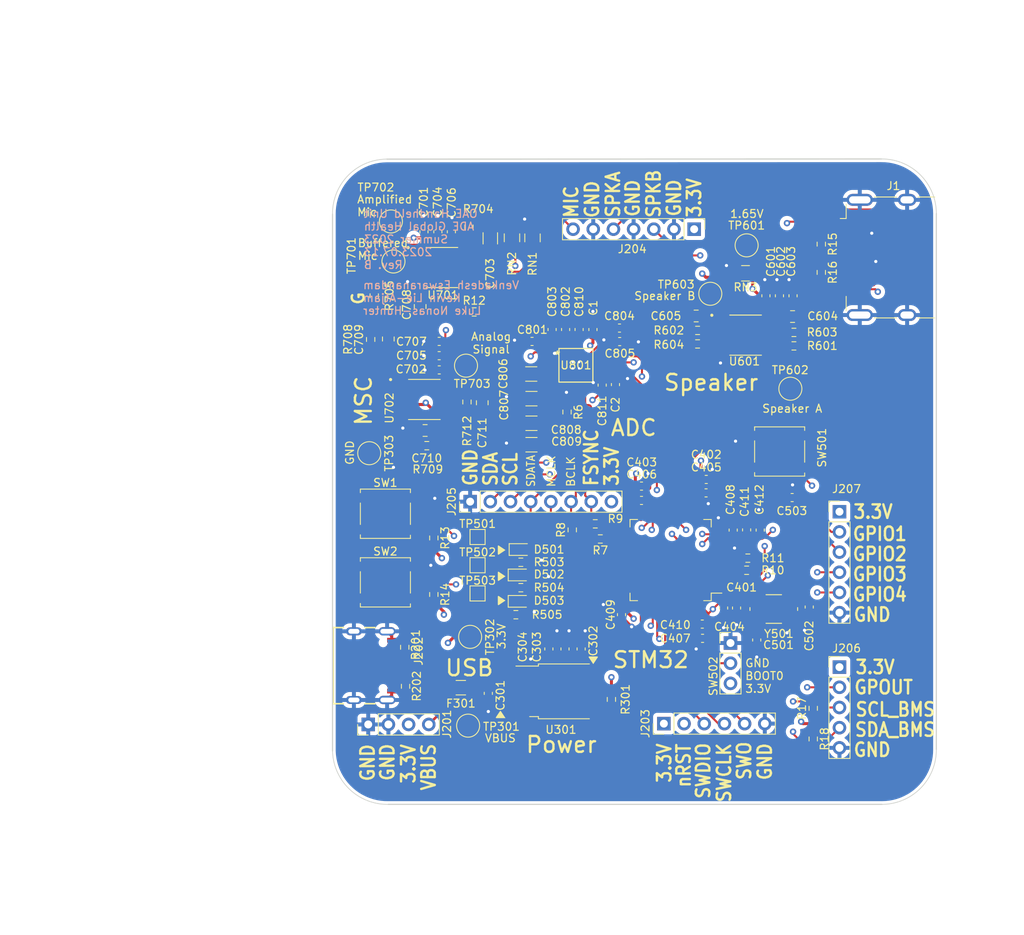
<source format=kicad_pcb>
(kicad_pcb (version 20221018) (generator pcbnew)
  (layers (0 "F.Cu" signal) (1 "In1.Cu" power) (2 "In2.Cu" power) (31 "B.Cu" signal) (34 "B.Paste" user) (35 "F.Paste" user) (36 "B.SilkS" user "B.Silkscreen") (37 "F.SilkS" user "F.Silkscreen") (38 "B.Mask" user) (39 "F.Mask" user) (44 "Edge.Cuts" user))
  (net 0 "")
  (net 1 "Net-(U801-IN1P)")
  (net 2 "GND")
  (net 3 "+3V3")
  (net 4 "/Microcontroller/XTAL1")
  (net 5 "/Microcontroller/XTAL2")
  (net 6 "nRST")
  (net 7 "MIC_IN")
  (net 8 "Net-(U301-VI)")
  (net 9 "Net-(C708-Pad1)")
  (net 10 "Net-(D503-K)")
  (net 11 "Net-(C709-Pad2)")
  (net 12 "Net-(C710-Pad1)")
  (net 13 "Net-(D502-K)")
  (net 14 "Net-(D501-K)")
  (net 15 "/Microcontroller/DBG1")
  (net 16 "/Microcontroller/DBG2")
  (net 17 "/Microcontroller/DBG3")
  (net 18 "VBUS")
  (net 19 "SWDIO")
  (net 20 "FSYNC")
  (net 21 "SDA")
  (net 22 "SCL")
  (net 23 "SPEAKER_A_SIG")
  (net 24 "Net-(U601A--)")
  (net 25 "SPEAKER_B_SIG")
  (net 26 "1V65")
  (net 27 "SPEAKER_A")
  (net 28 "SPEAKER_B")
  (net 29 "Net-(U601B--)")
  (net 30 "/Microphone Filters and Amp/AMPLIFIED_MIC")
  (net 31 "/Microcontroller/BOOT0")
  (net 32 "/Microphone Filters and Amp/BUFFERED_MIC")
  (net 33 "Net-(U702A--)")
  (net 34 "Net-(U702B--)")
  (net 36 "Net-(RN1-R1.2)")
  (net 38 "D+")
  (net 39 "D-")
  (net 41 "SCL_PROBE")
  (net 42 "SDA_PROBE")
  (net 44 "MCLK")
  (net 45 "SDA_BMS")
  (net 46 "SCL_BMS")
  (net 47 "GPOUT")
  (net 48 "SWCLK")
  (net 49 "GPIO1")
  (net 50 "GPIO2")
  (net 51 "Net-(U301-VO)")
  (net 52 "GPIO3")
  (net 53 "GPIO4")
  (net 54 "Net-(U3-PB14)")
  (net 55 "Net-(U3-PB13)")
  (net 56 "Net-(U3-PB12)")
  (net 57 "Net-(RN2-R1.2)")
  (net 58 "Net-(U3-PC5)")
  (net 59 "Net-(U3-PC11)")
  (net 60 "SWO")
  (net 61 "Net-(U3-PC12)")
  (net 66 "Net-(U801-IN1M)")
  (net 67 "Net-(C604-Pad1)")
  (net 68 "Net-(C605-Pad1)")
  (net 71 "Net-(J202-CC2)")
  (net 72 "Net-(J202-CC1)")
  (net 74 "Net-(U801-IN2P_GPI1)")
  (net 75 "Net-(U801-IN2M_GPO1)")
  (net 76 "ADC Interupt")
  (net 77 "Net-(U801-DREG)")
  (net 78 "Net-(U801-AREG)")
  (net 79 "Net-(U801-VREF)")
  (net 80 "ADC")
  (net 81 "SDATA")
  (net 82 "BCLK")
  (net 84 "Net-(U801-SDOUT)")
  (footprint "TestPoint:TestPoint_Pad_D2.5mm" (layer "F.Cu") (at 118.872 114.554)
    (fp_text reference "TP302")
    (fp_text value "3V3")
  )
  (footprint "Capacitor_SMD:C_0603_1608Metric" (layer "F.Cu") (at 128.778 116.078 90)
    (fp_text reference "C304")
    (fp_text value "1uF")
  )
  (footprint "Capacitor_SMD:C_0603_1608Metric" (layer "F.Cu") (at 114.983873 80.955896 180)
    (fp_text reference "C702")
    (fp_text value "100nF")
  )
  (footprint "Connector_PinHeader_2.54mm:PinHeader_1x05_P2.54mm_Vertical" (layer "F.Cu") (at 165.354 118.364)
    (fp_text reference "J206" hide)
    (fp_text value "BMS Connector")
  )
  (footprint "Capacitor_SMD:C_0603_1608Metric" (layer "F.Cu") (at 137.668 75.692 180)
    (fp_text reference "C804")
    (fp_text value "10uF")
  )
  (footprint "TestPoint:TestPoint_Pad_D2.5mm" (layer "F.Cu") (at 109.22 67.31)
    (fp_text reference "TP701")
    (fp_text value "MIC_BUFF")
  )
  (footprint "Resistor_SMD:R_0603_1608Metric_Pad0.98x0.95mm_HandSolder" (layer "F.Cu") (at 125.252 108.3645)
    (fp_text reference "R504")
    (fp_text value "200")
  )
  (footprint "Capacitor_SMD:C_0603_1608Metric" (layer "F.Cu") (at 156.096 71.628 90)
    (fp_text reference "C601")
    (fp_text value "100nF")
  )
  (footprint "Resistor_SMD:R_0603_1608Metric_Pad0.98x0.95mm_HandSolder" (layer "F.Cu") (at 110.6416 115.865 -90)
    (fp_text reference "R201")
    (fp_text value "5.1K")
  )
  (footprint "Connector_PinHeader_2.54mm:PinHeader_1x06_P2.54mm_Vertical" (layer "F.Cu") (at 165.354 98.806)
    (fp_text reference "J207" hide)
    (fp_text value "GPIO Header")
  )
  (footprint "Resistor_SMD:R_0603_1608Metric_Pad0.98x0.95mm_HandSolder" (layer "F.Cu") (at 147.4975 77.686 180)
    (fp_text reference "R604")
    (fp_text value "499")
  )
  (footprint "Capacitor_SMD:C_0805_2012Metric_Pad1.18x1.45mm_HandSolder" (layer "F.Cu") (at 147.32 74.168 180)
    (fp_text reference "C605")
    (fp_text value ">2uF")
  )
  (footprint "Resistor_SMD:R_0603_1608Metric_Pad0.98x0.95mm_HandSolder" (layer "F.Cu") (at 106.351 77.124 -90)
    (fp_text reference "R708")
    (fp_text value "2K")
  )
  (footprint "TestPoint:TestPoint_Pad_1.5x1.5mm" (layer "F.Cu") (at 119.8075 105.5375)
    (fp_text reference "TP502")
    (fp_text value "DBG2")
  )
  (footprint "Resistor_SMD:R_0603_1608Metric_Pad0.98x0.95mm_HandSolder" (layer "F.Cu") (at 159.6225 76.236)
    (fp_text reference "R603")
    (fp_text value "499")
  )
  (footprint "Capacitor_SMD:C_0805_2012Metric_Pad1.18x1.45mm_HandSolder" (layer "F.Cu") (at 112.58 72.9825 -90)
    (fp_text reference "C708")
    (fp_text value "100nF")
  )
  (footprint "Resistor_SMD:R_Array_Convex_2x0603" (layer "F.Cu") (at 153.5286 68.8006 180)
    (fp_text reference "RN3")
    (fp_text value "10K")
  )
  (footprint "Capacitor_SMD:C_0603_1608Metric" (layer "F.Cu") (at 137.16 82.804 90)
    (fp_text reference "C2")
    (fp_text value "0.1uF")
  )
  (footprint "TestPoint:TestPoint_Pad_D2.5mm" (layer "F.Cu") (at 149.098 71.374 180)
    (fp_text reference "TP603")
    (fp_text value "SPEAKER_B")
  )
  (footprint "Capacitor_SMD:C_0603_1608Metric" (layer "F.Cu") (at 161.55 110.8 -90)
    (fp_text reference "C502")
    (fp_text value "16pF")
  )
  (footprint "Capacitor_SMD:C_0603_1608Metric" (layer "F.Cu") (at 148.565 96.432)
    (fp_text reference "C405")
    (fp_text value "100nF")
  )
  (footprint "Resistor_SMD:R_0603_1608Metric_Pad0.98x0.95mm_HandSolder" (layer "F.Cu") (at 136.652 122.428 90)
    (fp_text reference "R301")
    (fp_text value "0" hide)
  )
  (footprint "TestPoint:TestPoint_Pad_D2.5mm" (layer "F.Cu") (at 106.172 91.44)
    (fp_text reference "TP303")
    (fp_text value "GND")
  )
  (footprint "Resistor_SMD:R_0603_1608Metric_Pad0.98x0.95mm_HandSolder" (layer "F.Cu") (at 162.052 123.5475 90)
    (fp_text reference "R17")
    (fp_text value "4.7K")
  )
  (footprint "Resistor_SMD:R_0603_1608Metric_Pad0.98x0.95mm_HandSolder" (layer "F.Cu") (at 153.67 106.172 180)
    (fp_text reference "R10")
    (fp_text value "4.7K")
  )
  (footprint "oae_mod:GCT_USB4105-GF-A" (layer "F.Cu") (at 104.2416 118.1775 -90)
    (fp_text reference "J202")
    (fp_text value "USB_C_Micro")
  )
  (footprint "Connector_PinHeader_2.54mm:PinHeader_1x04_P2.54mm_Vertical" (layer "F.Cu") (at 106.045 125.5776 90)
    (fp_text reference "J201")
    (fp_text value "Power Terminal")
  )
  (footprint "Capacitor_SMD:C_0603_1608Metric" (layer "F.Cu") (at 114.808 63.569066 90)
    (fp_text reference "C704")
    (fp_text value "1uF")
  )
  (footprint "Button_Switch_SMD:SW_SPST_EVPBF" (layer "F.Cu") (at 108.204 107.696)
    (fp_text reference "SW2")
    (fp_text value "BTN1")
  )
  (footprint "Capacitor_SMD:C_0603_1608Metric" (layer "F.Cu") (at 150.773822 110.925 -90)
    (fp_text reference "C404")
    (fp_text value "1uF")
  )
  (footprint "Capacitor_SMD:C_0603_1608Metric" (layer "F.Cu") (at 151.98 101.117 90)
    (fp_text reference "C408")
    (fp_text value "1uF")
  )
  (footprint "Capacitor_SMD:C_0603_1608Metric" (layer "F.Cu") (at 126.663 77.370424 180)
    (fp_text reference "C801")
    (fp_text value "1uF")
  )
  (footprint "Resistor_SMD:R_0603_1608Metric_Pad0.98x0.95mm_HandSolder" (layer "F.Cu") (at 163.068 65.1275 -90)
    (fp_text reference "R15")
    (fp_text value "4.7K")
  )
  (footprint "TestPoint:TestPoint_Pad_1.5x1.5mm" (layer "F.Cu") (at 119.8075 101.9875)
    (fp_text reference "TP501")
    (fp_text value "DBG1")
  )
  (footprint "Resistor_SMD:R_0603_1608Metric_Pad0.98x0.95mm_HandSolder" (layer "F.Cu") (at 118.719 62.972 90)
    (fp_text reference "R704")
    (fp_text value "100K")
  )
  (footprint "Fuse:Fuse_1206_3216Metric" (layer "F.Cu") (at 117.7 120.95)
    (fp_text reference "F301")
    (fp_text value "1A")
  )
  (footprint "Capacitor_SMD:C_0603_1608Metric" (layer "F.Cu") (at 154.94 114.95 -90)
    (fp_text reference "C501")
    (fp_text value "16pF")
  )
  (footprint "Capacitor_SMD:C_0603_1608Metric" (layer "F.Cu") (at 137.922 111.76 -90)
    (fp_text reference "C409")
    (fp_text value "1uF")
  )
  (footprint "Connector_PinHeader_2.54mm:PinHeader_1x07_P2.54mm_Vertical" (layer "F.Cu") (at 147.066 63.246 -90)
    (fp_text reference "J204")
    (fp_text value "Earpiece Connector")
  )
  (footprint "LED_SMD:LED_0603_1608Metric" (layer "F.Cu") (at 125.152 110.0845)
    (fp_text reference "D503")
    (fp_text value "DBG3")
  )
  (footprint "Resistor_SMD:R_0603_1608Metric_Pad0.98x0.95mm_HandSolder" (layer "F.Cu") (at 125.252 105.1645)
    (fp_text reference "R503")
    (fp_text value "200")
  )
  (footprint "TestPoint:TestPoint_Pad_D2.5mm" (layer "F.Cu") (at 118.618 125.73 90)
    (fp_text reference "TP301")
    (fp_text value "VBUS")
  )
  (footprint "Capacitor_SMD:C_1206_3216Metric_Pad1.33x1.80mm_HandSolder" (layer "F.Cu") (at 126.588 90.372 180)
    (fp_text reference "C809")
    (fp_text value "1uF")
  )
  (footprint "Capacitor_SMD:C_0603_1608Metric" (layer "F.Cu") (at 140.438822 97.3825)
    (fp_text reference "C406")
    (fp_text value "100nF")
  )
  (footprint "Resistor_SMD:R_0603_1608Metric_Pad0.98x0.95mm_HandSolder" (layer "F.Cu") (at 134.62 100.33 180)
    (fp_text reference "R9")
    (fp_text value "33")
  )
  (footprint "Capacitor_SMD:C_0603_1608Metric" (layer "F.Cu") (at 129.188 75.872 90)
    (fp_text reference "C803")
    (fp_text value "0.1uF")
  )
  (footprint "Button_Switch_SMD:SW_SPST_EVPBF" (layer "F.Cu") (at 157.825 91.225)
    (fp_text reference "SW501")
    (fp_text value "RST_BTN")
  )
  (footprint "oae_mod:SOIC127P599X175-8N" (layer "F.Cu") (at 115.319 68.072)
    (fp_text reference "U701")
    (fp_text value "Opamp_Buffer")
  )
  (footprint "Capacitor_SMD:C_0603_1608Metric" (layer "F.Cu") (at 121.158 121.666 -90)
    (fp_text reference "C301")
    (fp_text value "10uF")
  )
  (footprint "Connector_PinHeader_2.54mm:PinHeader_1x06_P2.54mm_Vertical" (layer "F.Cu") (at 143.256 125.476 90)
    (fp_text reference "J203")
    (fp_text value "Programming Header")
  )
  (footprint "Resistor_SMD:R_0603_1608Metric_Pad0.98x0.95mm_HandSolder" (layer "F.Cu") (at 147.4975 75.986)
    (fp_text reference "R602")
    (fp_text value "10K")
  )
  (footprint "Resistor_SMD:R_Array_Convex_2x0603" (layer "F.Cu") (at 126.7206 64.3382 90)
    (fp_text reference "RN1")
    (fp_text value "10K")
  )
  (footprint "TestPoint:TestPoint_Pad_D2.5mm" (layer "F.Cu") (at 153.67 65.278 180)
    (fp_text reference "TP601")
    (fp_text value "1V65")
  )
  (footprint "Capacitor_SMD:C_0603_1608Metric" (layer "F.Cu") (at 148.088822 112.95 180)
    (fp_text reference "C410")
    (fp_text value "100nF")
  )
  (footprint "Resistor_SMD:R_0603_1608Metric_Pad0.98x0.95mm_HandSolder" (layer "F.Cu") (at 135.255 102.235 180)
    (fp_text reference "R7")
    (fp_text value "33")
  )
  (footprint "Capacitor_SMD:C_0603_1608Metric" (layer "F.Cu") (at 132.842 116.078 90)
    (fp_text reference "C302")
    (fp_text value "22uF")
  )
  (footprint "Resistor_SMD:R_0603_1608Metric_Pad0.98x0.95mm_HandSolder" (layer "F.Cu") (at 163.068 68.6835 -90)
    (fp_text reference "R16")
    (fp_text value "4.7K")
  )
  (footprint "TestPoint:TestPoint_Pad_D2.5mm" (layer "F.Cu") (at 118.351 80.422)
    (fp_text reference "TP703")
    (fp_text value "MIC_FILTERED")
  )
  (footprint "Resistor_SMD:R_0603_1608Metric_Pad0.98x0.95mm_HandSolder" (layer "F.Cu") (at 113.4165 90.492 180)
    (fp_text reference "R709")
    (fp_text value "2K")
  )
  (footprint "Capacitor_SMD:C_0603_1608Metric" (layer "F.Cu") (at 116.508 63.569066 90)
    (fp_text reference "C706")
    (fp_text value "10uF")
  )
  (footprint "Capacitor_SMD:C_0805_2012Metric_Pad1.18x1.45mm_HandSolder" (layer "F.Cu") (at 120.396 85.09 90)
    (fp_text reference "C711")
    (fp_text value "10nF")
  )
  (footprint "Capacitor_SMD:C_1206_3216Metric_Pad1.33x1.80mm_HandSolder" (layer "F.Cu") (at 121.412 64.397 -90)
    (fp_text reference "C703")
    (fp_text value "1uF")
  )
  (footprint "TestPoint:TestPoint_Pad_1.5x1.5mm" (layer "F.Cu") (at 119.8075 109.0875)
    (fp_text reference "TP503")
    (fp_text value "DBG3")
  )
  (footprint "Resistor_SMD:R_Array_Convex_2x0603" (layer "F.Cu") (at 124.1378 64.3272 90)
    (fp_text reference "RN2")
    (fp_text value "10K")
  )
  (footprint "Capacitor_SMD:C_0603_1608Metric" (layer "F.Cu") (at 153.67 101.092 90)
    (fp_text reference "C411")
    (fp_text value "10nF")
  )
  (footprint "Capacitor_SMD:C_0603_1608Metric" (layer "F.Cu") (at 135.49 82.87 90)
    (fp_text reference "C811")
    (fp_text value "10uF")
  )
  (footprint "Capacitor_SMD:C_0603_1608Metric" (layer "F.Cu") (at 113.058 63.569066 90)
    (fp_text reference "C701")
    (fp_text value "100nF")
  )
  (footprint "Resistor_SMD:R_0603_1608Metric_Pad0.98x0.95mm_HandSolder" (layer "F.Cu") (at 119.38 73.66)
    (fp_text reference "R12")
    (fp_text value "0")
  )
  (footprint "Resistor_SMD:R_0603_1608Metric_Pad0.98x0.95mm_HandSolder" (layer "F.Cu") (at 114.3 109.22 -90)
    (fp_text reference "R14")
    (fp_text value "100K")
  )
  (footprint "oae_mod:XTAL_ABMM2-8.000MHZ-E2-T" (layer "F.Cu") (at 157.088822 111.05 90)
    (fp_text reference "Y501")
    (fp_text value "8MHz")
  )
  (footprint "oae_mod:SOIC127P599X175-8N" (layer "F.Cu") (at 113.109 84.677)
    (fp_text reference "U702")
    (fp_text value "Bandpass")
  )
  (footprint "Capacitor_SMD:C_1206_3216Metric_Pad1.33x1.80mm_HandSolder" (layer "F.Cu") (at 126.563 81.472)
    (fp_text reference "C806")
    (fp_text value "1uF")
  )
  (footprint "Resistor_SMD:R_0603_1608Metric_Pad0.98x0.95mm_HandSolder" (layer "F.Cu") (at 153.8205 104.648 180)
    (fp_text reference "R11")
    (fp_text value "4.7K")
  )
  (footprint "Package_QFP:LQFP-64_10x10mm_P0.5mm" (layer "F.Cu") (at 144.105 104.89 180)
    (fp_text reference "U3" hide)
    (fp_text value "STM32L496RGTx")
  )
  (footprint "Resistor_SMD:R_0603_1608Metric_Pad0.98x0.95mm_HandSolder" (layer "F.Cu") (at 114.3 102.108 -90)
    (fp_text reference "R13")
    (fp_text value "100K")
  )
  (footprint "Capacitor_SMD:C_0603_1608Metric" (layer "F.Cu") (at 148.59 94.742)
    (fp_text reference "C402")
    (fp_text value "4.7uF")
  )
  (footprint "Resistor_SMD:R_0603_1608Metric_Pad0.98x0.95mm_HandSolder" (layer "F.Cu") (at 162.052 127.4045 -90)
    (fp_text reference "R18")
    (fp_text value "4.7K")
  )
  (footprint "Capacitor_SMD:C_0603_1608Metric" (layer "F.Cu") (at 159.512 71.628 90)
    (fp_text reference "C603")
    (fp_text value "10uF")
  )
  (footprint "Resistor_SMD:R_0603_1608Metric_Pad0.98x0.95mm_HandSolder" (layer "F.Cu") (at 106.8 71.628 -90)
    (fp_text reference "R705")
    (fp_text value "2K")
  )
  (footprint "Capacitor_SMD:C_0603_1608Metric" (layer "F.Cu") (at 148.123822 114.74 180)
    (fp_text reference "C407")
    (fp_text value "4.7uF")
  )
  (footprint "Capacitor_SMD:C_0603_1608Metric" (layer "F.Cu") (at 130.81 116.078 90)
    (fp_text reference "C303")
    (fp_text value "10uF")
  )
  (footprint "Resistor_SMD:R_0603_1608Metric_Pad0.98x0.95mm_HandSolder" (layer "F.Cu") (at 131.7225 101.092 90)
    (fp_text reference "R8")
    (fp_text value "33")
  )
  (footprint "Capacitor_SMD:C_0603_1608Metric" (layer "F.Cu") (at 137.693 77.392)
    (fp_text reference "C805")
    (fp_text value "0.1uF")
  )
  (footprint "Connector_PinHeader_2.54mm:PinHeader_1x03_P2.54mm_Vertical" (layer "F.Cu") (at 151.638 115.331)
    (fp_text reference "SW502")
    (fp_text value "SW_SPDT")
  )
  (footprint "oae_mod:SOIC127P599X175-8N" (layer "F.Cu") (at 153.54 76.581)
    (fp_text reference "U601")
    (fp_text value "Opamp_Speaker")
  )
  (footprint "Resistor_SMD:R_0603_1608Metric_Pad0.98x0.95mm_HandSolder" (layer "F.Cu") (at 110.7416 120.7775 -90)
    (fp_text reference "R202")
    (fp_text value "5.1K")
  )
  (footprint "TestPoint:TestPoint_Pad_D2.5mm" (layer "F.Cu") (at 159.175 83.325 180)
    (fp_text reference "TP602")
    (fp_text value "SPEAKER_A")
  )
  (footprint "Capacitor_SMD:C_0603_1608Metric" (layer "F.Cu") (at 140.438822 95.5825)
    (fp_text reference "C403")
    (fp_text value "4.7uF")
  )
  (footprint "Package_TO_SOT_SMD:TO-252-3_TabPin2" (layer "F.Cu") (at 130.77 121.412)
    (fp_text reference "U301")
    (fp_text value "AZ1117-3.3")
  )
  (footprint "Capacitor_SMD:C_0603_1608Metric" (layer "F.Cu") (at 130.888 75.872 -90)
    (fp_text reference "C802")
    (fp_text value "10uF")
  )
  (footprint "Capacitor_SMD:C_0805_2012Metric_Pad1.18x1.45mm_HandSolder" (layer "F.Cu") (at 113.204 88.582)
    (fp_text reference "C710")
    (fp_text value "100nF")
  )
  (footprint "Capacitor_SMD:C_0805_2012Metric_Pad1.18x1.45mm_HandSolder" (layer "F.Cu") (at 108.573 77.064 -90)
    (fp_text reference "C709")
    (fp_text value "10nF")
  )
  (footprint "Capacitor_SMD:C_0603_1608Metric" (layer "F.Cu") (at 114.973873 77.365896 180)
    (fp_text reference "C707")
    (fp_text value "10uF")
  )
  (footprint "LED_SMD:LED_0603_1608Metric" (layer "F.Cu") (at 125.152 106.7645)
    (fp_text reference "D502")
    (fp_text value "DBG2")
  )
  (footprint "Capacitor_SMD:C_0805_2012Metric_Pad1.18x1.45mm_HandSolder" (layer "F.Cu") (at 159.4525 74.24 180)
    (fp_text reference "C604")
    (fp_text value ">2uF")
  )
  (footprint "Capacitor_SMD:C_1206_3216Metric_Pad1.33x1.80mm_HandSolder" (layer "F.Cu") (at 126.588 87.672)
    (fp_text reference "C808")
    (fp_text value "1uF")
  )
  (footprint "Capacitor_SMD:C_0603_1608Metric" (layer "F.Cu") (at 134.325 75.875 90)
    (fp_text reference "C1")
    (fp_text value "0.1uF")
  )
  (footprint "Resistor_SMD:R_0603_1608Metric_Pad0.98x0.95mm_HandSolder" (layer "F.Cu") (at 131.064 86.2565 -90)
    (fp_text reference "R6")
    (fp_text value "33")
  )
  (footprint "Resistor_SMD:R_0603_1608Metric_Pad0.98x0.95mm_HandSolder" (layer "F.Cu") (at 159.6225 77.936 180)
    (fp_text reference "R601")
    (fp_text value "10K")
  )
  (footprint "oae_mod:WQFN20_RTE_TEX" (layer "F.Cu") (at 132.188 80.372)
    (fp_text reference "U801")
    (fp_text value "TLV320ADC3120IRTER")
  )
  (footprint "Capacitor_SMD:C_0603_1608Metric" (layer "F.Cu") (at 159.4 97.025)
    (fp_text reference "C503")
    (fp_text value "1uF")
  )
  (footprint "LED_SMD:LED_0603_1608Metric" (layer "F.Cu") (at 125.272 103.5645)
    (fp_text reference "D501")
    (fp_text value "DBG1")
  )
  (footprint "Capacitor_SMD:C_0603_1608Metric" (layer "F.Cu") (at 152.403822 110.925 -90)
    (fp_text reference "C401")
    (fp_text value "10uF")
  )
  (footprint "Resistor_SMD:R_0603_1608Metric_Pad0.98x0.95mm_HandSolder" (layer "F.Cu") (at 124.627 111.7645)
    (fp_text reference "R505")
    (fp_text value "200")
  )
  (footprint "Connector_PinHeader_2.54mm:PinHeader_1x08_P2.54mm_Vertical" (layer "F.Cu") (at 118.872 97.536 90)
    (fp_text reference "J205")
    (fp_text value "Communication Pins")
  )
  (footprint "Capacitor_SMD:C_1206_3216Metric_Pad1.33x1.80mm_HandSolder" (layer "F.Cu") (at 126.588 84.572 180)
    (fp_text reference "C807")
    (fp_text value "1uF")
  )
  (footprint "Button_Switch_SMD:SW_SPST_EVPBF" (layer "F.Cu") (at 108.204 99.06)
    (fp_text reference "SW1")
    (fp_text value "BTN1")
  )
  (footprint "Capacitor_SMD:C_0603_1608Metric" (layer "F.Cu") (at 155.38 101.117 90)
    (fp_text reference "C412")
    (fp_text value "100nF")
  )
  (footprint "Capacitor_SMD:C_0603_1608Metric" (layer "F.Cu") (at 132.588 75.872 90)
    (fp_text reference "C810")
    (fp_text value "1uF")
  )
  (footprint "TestPoint:TestPoint_Pad_D2.5mm" (layer "F.Cu") (at 108.9 62.27)
    (fp_text reference "TP702")
    (fp_text value "MIC_AMP")
  )
  (footprint "Capacitor_SMD:C_0603_1608Metric" (layer "F.Cu") (at 114.973873 79.165896 180)
    (fp_text reference "C705")
    (fp_text value "1uF")
  )
  (footprint "Resistor_SMD:R_0603_1608Metric_Pad0.98x0.95mm_HandSolder" (layer "F.Cu") (at 118.47025 84.9945 90)
    (fp_text reference "R712")
    (fp_text value "2K")
  )
  (footprint "Connector_HDMI:HDMI_A_Molex_208658-1001_Horizontal" (layer "F.Cu") (at 170.434 66.802)
    (fp_text reference "J1")
    (fp_text value "HDMI_A_1.4")
  )
  (footprint "Capacitor_SMD:C_0603_1608Metric" (layer "F.Cu") (at 157.799 71.628 90)
    (fp_text reference "C602")
    (fp_text value "1uF")
  )
  (gr_poly (pts (xy 134.874 117.094) (xy 134.366 117.856) (xy 133.858 117.094)) (stroke (width 0.15)) (fill solid) (layer "F.SilkS"))
  (gr_poly (pts (xy 122.428 106.426) (xy 123.19 106.934) (xy 122.428 107.442)) (stroke (width 0.15)) (fill solid) (layer "F.SilkS"))
  (gr_poly (pts (xy 122.174 124.714) (xy 122.682 123.952) (xy 123.19 124.714)) (stroke (width 0.15)) (fill solid) (layer "F.SilkS"))
  (gr_rect (start 130.048 78.26) (end 134.32 82.49) (stroke (width 0.15)) (fill none) (layer "F.SilkS"))
  (gr_poly (pts (xy 122.428 109.474) (xy 123.19 109.982) (xy 122.428 110.49)) (stroke (width 0.15)) (fill solid) (layer "F.SilkS"))
  (gr_poly (pts (xy 122.428 103.124) (xy 123.19 103.632) (xy 122.428 104.14)) (stroke (width 0.15)) (fill solid) (layer "F.SilkS"))
  (gr_line (start 170.688001 135.636379) (end 108.579315 135.636379) (stroke (width 0.15)) (layer "Edge.Cuts"))
  (gr_arc (start 108.579315 135.636379) (mid 103.682697 133.723253) (end 101.550094 128.918159) (stroke (width 0.1)) (layer "Edge.Cuts"))
  (gr_arc (start 101.550094 61.358759) (mid 103.533045 56.462579) (end 108.408093 54.42823) (stroke (width 0.1)) (layer "Edge.Cuts"))
  (gr_line (start 108.408093 54.42823) (end 170.617844 54.407359) (stroke (width 0.15)) (layer "Edge.Cuts"))
  (gr_arc (start 177.546 128.70585) (mid 175.563049 133.60203) (end 170.688001 135.636379) (stroke (width 0.1)) (layer "Edge.Cuts"))
  (gr_arc (start 170.617844 54.407359) (mid 175.520578 56.397774) (end 177.545999 61.28615) (stroke (width 0.1)) (layer "Edge.Cuts"))
  (gr_line (start 177.546 61.28615) (end 177.546 128.70585) (stroke (width 0.15)) (layer "Edge.Cuts"))
  (gr_line (start 101.550094 128.918159) (end 101.550094 61.358759) (stroke (width 0.15)) (layer "Edge.Cuts"))
  (gr_text "Venkadesh Eswaranandam\nKevin Lie-Atjam\nLuke Nonas-Hunter" (at 105.3084 74.0918) (layer "B.SilkS") (effects (font (size 1 1)) (justify right bottom mirror)))
  (gr_text "OAE Handheld Unit\nADE Global Health\nSummer 2023\n2023.07.13\nRev. B" (at 105.41 64.516) (layer "B.SilkS") (effects (font (size 1 1)) (justify right mirror)))
  (gr_text "SDA_BMS" (at 177.546 126.238) (layer "F.SilkS") (effects (font (size 1.7 1.5) (thickness 0.3) bold) (justify right)))
  (gr_text "J207" (at 164.338 96.52) (layer "F.SilkS") (effects (font (size 1 1)) (justify left bottom)))
  (gr_text "GND" (at 171.958 128.773) (layer "F.SilkS") (effects (font (size 1.7 1.5) (thickness 0.3) bold) (justify right)))
  (gr_text "Speaker" (at 143.1036 83.7184) (layer "F.SilkS") (effects (font (size 2 2) (thickness 0.3)) (justify left bottom)))
  (gr_text "3.3V" (at 143.3068 127.8046 90) (layer "F.SilkS") (effects (font (size 1.7 1.5) (thickness 0.3) bold) (justify right)))
  (gr_text "VBUS" (at 113.6396 127.8554 90) (layer "F.SilkS") (effects (font (size 1.7 1.5) (thickness 0.3) bold) (justify right)))
  (gr_text "1.65V" (at 151.511 61.8998) (layer "F.SilkS") (effects (font (size 1 1)) (justify left bottom)))
  (gr_text "MCLK" (at 129.0828 95.7834 90) (layer "F.SilkS") (effects (font (size 1 1)) (justify left)))
  (gr_text "SWCLK" (at 150.8252 127.7782 90) (layer "F.SilkS") (effects (font (size 1.7 1.5) (thickness 0.3) bold) (justify right)))
  (gr_text "SWDIO" (at 148.209 127.7528 90) (layer "F.SilkS") (effects (font (size 1.7 1.5) (thickness 0.3) bold) (justify right)))
  (gr_text "GND" (at 118.8974 95.7072 90) (layer "F.SilkS") (effects (font (size 1.7 1.5) (thickness 0.3) bold) (justify left)))
  (gr_text "GPIO1" (at 173.99 101.6) (layer "F.SilkS") (effects (font (size 1.7 1.5) (thickness 0.3) bold) (justify right)))
  (gr_text "3.3V" (at 123.3932 116.205 90) (layer "F.SilkS") (effects (font (size 1 1)) (justify left bottom)))
  (gr_text "3.3V" (at 147.066 61.916 90) (layer "F.SilkS") (effects (font (size 1.7 1.5) (thickness 0.3) bold) (justify left)))
  (gr_text "BCLK" (at 131.5466 95.758 90) (layer "F.SilkS") (effects (font (size 1 1)) (justify left)))
  (gr_text "USB\n" (at 115.57 119.634) (layer "F.SilkS") (effects (font (size 2 2) (thickness 0.3)) (justify left bottom)))
  (gr_text "G" (at 105.664 72.898 90) (layer "F.SilkS") (effects (font (size 1.5 1.5) (thickness 0.3) bold) (justify left bottom)))
  (gr_text "GND" (at 155.956 127.7782 90) (layer "F.SilkS") (effects (font (size 1.7 1.5) (thickness 0.3) bold) (justify right)))
  (gr_text "GPOUT" (at 174.752 120.904) (layer "F.SilkS") (effects (font (size 1.7 1.5) (thickness 0.3) bold) (justify right)))
  (gr_text "GND" (at 144.52 61.8 90) (layer "F.SilkS") (effects (font (size 1.7 1.5) (thickness 0.3) bold) (justify left)))
  (gr_text "GND" (at 134.2136 61.9668 90) (layer "F.SilkS") (effects (font (size 1.7 1.5) (thickness 0.3) bold) (justify left)))
  (gr_text "MSC" (at 106.6292 88.138 90) (layer "F.SilkS") (effects (font (size 2 2) (thickness 0.3)) (justify left bottom)))
  (gr_text "GND" (at 171.958 111.76) (layer "F.SilkS") (effects (font (size 1.7 1.5) (thickness 0.3) bold) (justify right)))
  (gr_text "3.3V\n" (at 136.6774 95.7072 90) (layer "F.SilkS") (effects (font (size 1.7 1.5) (thickness 0.3) bold) (justify left)))
  (gr_text "SCL" (at 123.9266 95.7326 90) (layer "F.SilkS") (effects (font (size 1.7 1.5) (thickness 0.3) bold) (justify left)))
  (gr_text "SCL_BMS" (at 177.546 123.693) (layer "F.SilkS") (effects (font (size 1.7 1.5) (thickness 0.3) bold) (justify right)))
  (gr_text "SPKA" (at 136.8552 61.916 90) (layer "F.SilkS") (effects (font (size 1.7 1.5) (thickness 0.3) bold) (justify left)))
  (gr_text "GND\nBOOT0\n3.3V" (at 153.416 121.666) (layer "F.SilkS") (effects (font (size 1 1)) (justify left bottom)))
  (gr_text "3.3V" (at 111.0996 127.9062 90) (layer "F.SilkS") (effects (font (size 1.7 1.5) (thickness 0.3) bold) (justify right)))
  (gr_text "Speaker B" (at 139.446 72.2376) (layer "F.SilkS") (effects (font (size 1 1)) (justify left bottom)))
  (gr_text "MIC" (at 131.5974 61.9668 90) (layer "F.SilkS") (effects (font (size 1.7 1.5) (thickness 0.3) bold) (justify left)))
  (gr_text "GPIO2" (at 173.99 104.14) (layer "F.SilkS") (effects (font (size 1.7 1.5) (thickness 0.3) bold) (justify right)))
  (gr_text "3.3V" (at 172.212 98.806) (layer "F.SilkS") (effects (font (size 1.7 1.5) (thickness 0.3) bold) (justify right)))
  (gr_text "nRST" (at 145.7452 127.829 90) (layer "F.SilkS") (effects (font (size 1.7 1.5) (thickness 0.3) bold) (justify right)))
  (gr_text "J206" (at 164.338 116.586) (layer "F.SilkS") (effects (font (size 1 1)) (justify left bottom)))
  (gr_text "ADC" (at 136.398 89.408) (layer "F.SilkS") (effects (font (size 2 2) (thickness 0.3)) (justify left bottom)))
  (gr_text "VBUS" (at 120.65 127.889) (layer "F.SilkS") (effects (font (size 1 1)) (justify left bottom)))
  (gr_text "Speaker A" (at 155.5496 86.4108) (layer "F.SilkS") (effects (font (size 1 1)) (justify left bottom)))
  (gr_text "3.3V" (at 172.466 118.359) (layer "F.SilkS") (effects (font (size 1.7 1.5) (thickness 0.3) bold) (justify right)))
  (gr_text "Analog\nSignal" (at 121.5136 77.5716) (layer "F.SilkS") (effects (font (size 1 1))))
  (gr_text "GND" (at 104.3178 92.9894 90) (layer "F.SilkS") (effects (font (size 1 1)) (justify left bottom)))
  (gr_text "SWO\n" (at 154.3558 132.7058 90) (layer "F.SilkS") (effects (font (size 1.7 1.5) (thickness 0.3) bold) (justify left bottom)))
  (gr_text "FSYNC" (at 134.112 95.7326 90) (layer "F.SilkS") (effects (font (size 1.7 1.5) (thickness 0.3) bold) (justify left)))
  (gr_text "SDATA" (at 126.5174 95.758 90) (layer "F.SilkS") (effects (font (size 1 0.9)) (justify left)))
  (gr_text "GND" (at 108.458 127.8554 90) (layer "F.SilkS") (effects (font (size 1.7 1.5) (thickness 0.3) bold) (justify right)))
  (gr_text "STM32" (at 136.652 118.618) (layer "F.SilkS") (effects (font (size 2 2) (thickness 0.3)) (justify left bottom)))
  (gr_text "Amplified\nMic" (at 104.5718 60.2996) (layer "F.SilkS") (effects (font (size 1 1)) (justify left)))
  (gr_text "Buffered\nMic" (at 104.648 67.183) (layer "F.SilkS") (effects (font (size 1 1)) (justify left bottom)))
  (gr_text "GND" (at 139.33 61.83 90) (layer "F.SilkS") (effects (font (size 1.7 1.5) (thickness 0.3) bold) (justify left)))
  (gr_text "SDA" (at 121.4374 95.7326 90) (layer "F.SilkS") (effects (font (size 1.7 1.5) (thickness 0.3) bold) (justify left)))
  (gr_text "GND" (at 105.9688 127.9062 90) (layer "F.SilkS") (effects (font (size 1.7 1.5) (thickness 0.3) bold) (justify right)))
  (gr_text "GPIO3" (at 173.99 106.68) (layer "F.SilkS") (effects (font (size 1.7 1.5) (thickness 0.3) bold) (justify right)))
  (gr_text "SPKB" (at 141.9606 61.9414 90) (layer "F.SilkS") (effects (font (size 1.7 1.5) (thickness 0.3) bold) (justify left)))
  (gr_text "Power" (at 125.73 129.286) (layer "F.SilkS") (effects (font (size 2 2) (thickness 0.3)) (justify left bottom)))
  (gr_text "GPIO4" (at 173.99 109.22) (layer "F.SilkS") (effects (font (size 1.7 1.5) (thickness 0.3) bold) (justify right)))
  (segment (start 128.1255 81.472) (end 128.1255 81.2345) (width 0.25) (layer "F.Cu") (net 1))
  (segment (start 128.1255 81.2345) (end 129.738001 79.621999) (width 0.25) (layer "F.Cu") (net 1))
  (segment (start 129.738001 79.621999) (end 130.788 79.621999) (width 0.25) (layer "F.Cu") (net 1))
  (segment (start 126.1645 105.1645) (end 127.5855 105.1645) (width 0.254) (layer "F.Cu") (net 2))
  (segment (start 169.228 62.802) (end 169.418 62.992) (width 0.25) (layer "F.Cu") (net 2))
  (segment (start 149.78 103.14) (end 151.908 103.14) (width 0.254) (layer "F.Cu") (net 2))
  (segment (start 130.468513 81.581487) (end 130.463 81.587) (width 0.25) (layer "F.Cu") (net 2))
  (segment (start 160.705 89.225) (end 154.945 89.225) (width 0.381) (layer "F.Cu") (net 2))
  (segment (start 149.35 94.727) (end 149.365 94.742) (width 0.381) (layer "F.Cu") (net 2))
  (segment (start 154.945 89.225) (end 152.975 89.225) (width 0.381) (layer "F.Cu") (net 2))
  (segment (start 169.418 64.262) (end 169.418 63.754) (width 0.25) (layer "F.Cu") (net 2))
  (segment (start 121.158 122.441) (end 121.158 123.952) (width 0.381) (layer "F.Cu") (net 2))
  (segment (start 152.403822 111.7) (end 152.403822 113.026178) (width 0.381) (layer "F.Cu") (net 2))
  (segment (start 113.058 62.794066) (end 113.058 61.565066) (width 0.381) (layer "F.Cu") (net 2))
  (segment (start 105.47 105.55) (end 113.92 105.55) (width 0.254) (layer "F.Cu") (net 2))
  (segment (start 125.0255 90.372) (end 123.646 90.372) (width 0.381) (layer "F.Cu") (net 2))
  (segment (start 168.918 66.302) (end 169.926 67.31) (width 0.25) (layer "F.Cu") (net 2))
  (segment (start 108.9966 121.3775) (end 110.4291 121.3775) (width 0.381) (layer "F.Cu") (net 2))
  (segment (start 152.975 89.225) (end 152.275 89.925) (width 0.381) (layer "F.Cu") (net 2))
  (segment (start 161.55 111.575) (end 161.55 113.125) (width 0.254) (layer "F.Cu") (net 2))
  (segment (start 169.918 67.302) (end 169.926 67.31) (width 0.25) (layer "F.Cu") (net 2))
  (segment (start 130.81 114.3) (end 131.318 113.792) (width 0.381) (layer "F.Cu") (net 2))
  (segment (start 124.46 77.216) (end 125.733576 77.216) (width 0.381) (layer "F.Cu") (net 2))
  (segment (start 130.683378 79.162513) (end 129.778513 79.162513) (width 0.254) (layer "F.Cu") (net 2))
  (segment (start 150.773822 113.39) (end 150.763822 113.4) (width 0.381) (layer "F.Cu") (net 2))
  (segment (start 159.512 70.853) (end 159.512 70.104) (width 0.381) (layer "F.Cu") (net 2))
  (segment (start 167.149 64.802) (end 168.878 64.802) (width 0.25) (layer "F.Cu") (net 2))
  (segment (start 140.855 99.215) (end 140.855 97.741322) (width 0.254) (layer "F.Cu") (net 2))
  (segment (start 160.175 97.025) (end 160.175 96.15) (width 0.381) (layer "F.Cu") (net 2))
  (segment (start 114.808 62.794066) (end 114.808 61.537066) (width 0.381) (layer "F.Cu") (net 2))
  (segment (start 140.017 77.392) (end 140.05 77.425) (width 0.381) (layer "F.Cu") (net 2))
  (segment (start 138.443 112.535) (end 139.192 113.284) (width 0.381) (layer "F.Cu") (net 2))
  (segment (start 110.439 88.241) (end 110.439 86.582) (width 0.381) (layer "F.Cu") (net 2))
  (segment (start 105.324 105.696) (end 105.47 105.55) (width 0.254) (layer "F.Cu") (net 2))
  (segment (start 134.081482 81.581482) (end 134.366 81.866) (width 0.25) (layer "F.Cu") (net 2))
  (segment (start 141.213822 94.05) (end 141.263822 94) (width 0.381) (layer "F.Cu") (net 2))
  (segment (start 137.586486 108.14) (end 135.636 110.090486) (width 0.254) (layer "F.Cu") (net 2))
  (segment (start 150.773822 111.7) (end 150.773822 113.39) (width 0.381) (layer "F.Cu") (net 2))
  (segment (start 130.81 115.303) (end 130.81 114.3) (width 0.381) (layer "F.Cu") (net 2))
  (segment (start 125.888 77.370424) (end 128.161424 75.097) (width 0.381) (layer "F.Cu") (net 2))
  (segment (start 129.188 75.097) (end 130.888 75.097) (width 0.381) (layer "F.Cu") (net 2))
  (segment (start 113.03 77.365896) (end 114.198873 77.365896) (width 0.381) (layer "F.Cu") (net 2))
  (segment (start 151.6126 68.3006) (end 151.13 67.818) (width 0.381) (layer "F.Cu") (net 2))
  (segment (start 152.6286 68.3006) (end 151.6126 68.3006) (width 0.381) (layer "F.Cu") (net 2))
  (segment (start 157.288822 112.25) (end 154.888822 109.85) (width 0.254) (layer "F.Cu") (net 2))
  (segment (start 133.740621 79.162513) (end 133.6896 79.162513) (width 0.254) (layer "F.Cu") (net 2))
  (segment (start 150.888 100.342) (end 151.98 100.342) (width 0.381) (layer "F.Cu") (net 2))
  (segment (start 152.403822 113.026178) (end 152.4 113.03) (width 0.381) (layer "F.Cu") (net 2))
  (segment (start 107.442 91.44) (end 109.22 93.218) (width 0.381) (layer "F.Cu") (net 2))
  (segment (start 116.586 62.716066) (end 116.508 62.794066) (width 0.381) (layer "F.Cu") (net 2))
  (segment (start 150.3795 80.084) (end 150.3795 78.9765) (width 0.381) (layer "F.Cu") (net 2))
  (segment (start 108.9966 121.9225) (end 108.4216 122.4975) (width 0.381) (layer "F.Cu") (net 2))
  (segment (start 109.0216 114.9525) (end 108.9966 114.9775) (width 0.381) (layer "F.Cu") (net 2))
  (segment (start 137.922 112.535) (end 138.443 112.535) (width 0.381) (layer "F.Cu") (net 2))
  (segment (start 126.95 111.425) (end 125.879 111.425) (width 0.254) (layer "F.Cu") (net 2))
  (segment (start 141.213822 95.5825) (end 141.213822 94.05) (width 0.381) (layer "F.Cu") (net 2))
  (segment (start 156.096 70.853) (end 156.096 69.736) (width 0.381) (layer "F.Cu") (net 2))
  (segment (start 150.3795 78.9765) (end 150.87 78.486) (width 0.381) (layer "F.Cu") (net 2))
  (segment (start 140.855 97.741322) (end 141.213822 97.3825) (width 0.254) (layer "F.Cu") (net 2))
  (segment (start 116.586 61.791066) (end 116.586 62.716066) (width 0.381) (layer "F.Cu") (net 2))
  (segment (start 168.749 68.802) (end 169.926 67.625) (width 0.25) (layer "F.Cu") (net 2))
  (segment (start 156.096 69.736) (end 155.956 69.596) (width 0.381) (layer "F.Cu") (net 2))
  (segment (start 113.058 61.565066) (end 113.03 61.537066) (width 0.381) (layer "F.Cu") (net 2))
  (segment (start 124.7815 84.328) (end 125.0255 84.572) (width 0.254) (layer "F.Cu") (net 2))
  (segment (start 110.6416 114.9525) (end 109.0216 114.9525) (width 0.381) (layer "F.Cu") (net 2))
  (segment (start 105.324 97.06) (end 105.414 97.15) (width 0.254) (layer "F.Cu") (net 2))
  (segment (start 130.463 81.587) (end 130.463 83.248141) (width 0.25) (layer "F.Cu") (net 2))
  (segment (start 127.2206 63.2882) (end 127.2206 63.4382) (width 0.25) (layer "F.Cu") (net 2))
  (segment (start 135.49 82.095) (end 137.094 82.095) (width 0.25) (layer "F.Cu") (net 2))
  (segment (start 168.87 64.302) (end 169.418 63.754) (width 0.25) (layer "F.Cu") (net 2))
  (segment (start 167.149 66.302) (end 168.918 66.302) (width 0.25) (layer "F.Cu") (net 2))
  (segment (start 127.3555 108.3645) (end 128.75 106.97) (width 0.254) (layer "F.Cu") (net 2))
  (segment (start 125.73 119.132) (end 125.73 118.11) (width 0.381) (layer "F.Cu") (net 2))
  (segment (start 137.16 82.029) (end 138.659572 82.029) (width 0.25) (layer "F.Cu") (net 2))
  (segment (start 147.348822 112.985) (end 147.313822 112.95) (width 0.381) (layer "F.Cu") (net 2))
  (segment (start 127.5855 105.1645) (end 127.85 104.9) (width 0.254) (layer "F.Cu") (net 2))
  (segment (start 154.988822 117.045178) (end 154.94 117.094) (width 0.381) (layer "F.Cu") (net 2))
  (segment (start 125.73 118.11) (end 126.492 117.348) (width 0.381) (layer "F.Cu") (net 2))
  (segment (start 147.936486 97.79) (end 147.355 98.371486) (width 0.254) (layer "F.Cu") (net 2))
  (segment (start 114.389 97.15) (end 114.421 97.118) (width 0.254) (layer "F.Cu") (net 2))
  (segment (start 135.7 77.175) (end 135.7 77.203134) (width 0.254) (layer "F.Cu") (net 2))
  (segment (start 147.348822 114.74) (end 147.348822 112.985) (width 0.381) (layer "F.Cu") (net 2))
  (segment (start 168.878 64.802) (end 169.418 64.262) (width 0.25) (layer "F.Cu") (net 2))
  (segment (start 125.879 111.425) (end 125.5395 111.7645) (width 0.254) (layer "F.Cu") (net 2))
  (segment (start 159.288822 112.25) (end 159.288822 113.507178) (width 0.381) (layer "F.Cu") (net 2))
  (segment (start 110.4291 121.3775) (end 110.7416 121.69) (width 0.381) (layer "F.Cu") (net 2))
  (segment (start 167.149 62.802) (end 169.228 62.802) (width 0.25) (layer "F.Cu") (net 2))
  (segment (start 147.355 98.371486) (end 147.355 99.215) (width 0.254) (layer "F.Cu") (net 2))
  (segment (start 132.591 75.1) (end 132.588 75.097) (width 0.381) (layer "F.Cu") (net 2))
  (segment (start 167.149 65.802) (end 169.91 65.802) (width 0.25) (layer "F.Cu") (net 2))
  (segment (start 125.9084 61.976) (end 127.2206 63.2882) (width 0.25) (layer "F.Cu") (net 2))
  (segment (start 169.91 65.802) (end 169.926 65.786) (width 0.25) (layer "F.Cu") (net 2))
  (segment (start 126.1645 108.3645) (end 127.3555 108.3645) (width 0.254) (layer "F.Cu") (net 2))
  (segment (start 134.325 75.1) (end 132.591 75.1) (width 0.381) (layer "F.Cu") (net 2))
  (segment (start 113.1824 80.9752) (end 113.201704 80.955896) (width 0.381) (layer "F.Cu") (net 2))
  (segment (start 154.988822 115.725) (end 154.988822 117.045178) (width 0.381) (layer "F.Cu") (net 2))
  (segment (start 134.325 75.1) (end 134.325 73.6) (width 0.381) (layer "F.Cu") (net 2))
  (segment (start 129.778513 79.162513) (end 129.488 78.872) (width 0.254) (layer "F.Cu") (net 2))
  (segment (start 125.73 61.976) (end 124.6378 63.0682) (width 0.25) (layer "F.Cu") (net 2))
  (segment (start 108.9966 121.3775) (end 108.9966 121.9225) (width 0.381) (layer "F.Cu") (net 2))
  (segment (start 105.414 97.15) (end 114.389 97.15) (width 0.254) (layer "F.Cu") (net 2))
  (segment (start 160.875 112.25) (end 161.55 111.575) (width 0.254) (layer "F.Cu") (net 2))
  (segment (start 138.443 75.692) (end 138.443 77.367) (width 0.381) (layer "F.Cu") (net 2))
  (segment (start 169.926 67.625) (end 169.926 67.31) (width 0.25) (layer "F.Cu") (net 2))
  (segment (start 151.908 103.14) (end 152.146 103.378) (width 0.254) (layer "F.Cu") (net 2))
  (segment (start 133.6896 81.581482) (end 134.081482 81.581482) (width 0.25) (layer "F.Cu") (net 2))
  (segment (start 125.733576 77.216) (end 125.888 77.370424) (width 0.381) (layer "F.Cu") (net 2))
  (segment (start 134.366 81.866) (end 134.366 82.55) (width 0.25) (layer "F.Cu") (net 2))
  (segment (start 160.175 96.15) (end 159.45 95.425) (width 0.381) (layer "F.Cu") (net 2))
  (segment (start 128.778 114.808) (end 129.794 113.792) (width 0.381) (layer "F.Cu") (net 2))
  (segment (start 157.799 69.915) (end 157.48 69.596) (width 0.381) (layer "F.Cu") (net 2))
  (segment (start 157.799 70.853) (end 157.799 69.915) (width 0.381) (layer "F.Cu") (net 2))
  (segment (start 161.55 113.125) (end 160.95 113.725) (width 0.254) (layer "F.Cu") (net 2))
  (segment (start 141.213822 95.5825) (end 141.213822 97.3825) (width 0.381) (layer "F.Cu") (net 2))
  (segment (start 124.6378 63.0682) (end 124.6378 63.4272) (width 0.25) (layer "F.Cu") (net 2))
  (segment (start 169.418 62.992) (end 169.418 63.754) (width 0.25) (layer "F.Cu") (net 2))
  (segment (start 147.348822 114.74) (end 147.348822 116.049178) (width 0.381) (layer "F.Cu") (net 2))
  (segment (start 147.355 110.565) (end 147.355 112.908822) (width 0.254) (layer "F.Cu") (net 2))
  (segment (start 111.125 69.977) (end 110.998 69.85) (width 0.381) (layer "F.Cu") (net 2))
  (segment (start 149.365 94.742) (end 149.365 96.407) (width 0.381) (layer "F.Cu") (net 2))
  (segment (start 123.646 90.372) (end 123.444 90.17) (width 0.381) (layer "F.Cu") (net 2))
  (segment (start 138.43 108.14) (end 137.586486 108.14) (width 0.254) (layer "F.Cu") (net 2))
  (segment (start 155.38 100.342) (end 155.38 98.738) (width 0.381) (layer "F.Cu") (net 2))
  (segment (start 123.444 84.328) (end 124.7815 84.328) (width 0.254) (layer "F.Cu") (net 2))
  (segment (start 167.149 63.302) (end 168.966 63.302) (width 0.25) (layer "F.Cu") (net 2))
  (segment (start 135.7 77.203134) (end 133.740621 79.162513) (width 0.254) (layer "F.Cu") (net 2))
  (segment (start 147.348822 116.049178) (end 147.32 116.078) (width 0.381) (layer "F.Cu") (net 2))
  (segment (start 112.649 69.977) (end 111.125 69.977) (width 0.381) (layer "F.Cu") (net 2))
  (segment (start 132.842 114.3) (end 133.35 113.792) (width 0.381) (layer "F.Cu") (net 2))
  (segment (start 169.926 70.048) (end 169.926 67.31) (width 0.25) (layer "F.Cu") (net 2))
  (segment (start 113.03 79.165896) (end 114.198873 79.165896) (width 0.381) (layer "F.Cu") (net 2))
  (segment (start 169.926 65.786) (end 169.926 67.31) (width 0.25) (layer "F.Cu") (net 2))
  (segment (start 113.201704 80.955896) (end 114.208873 80.955896) (width 0.381) (layer "F.Cu") (net 2))
  (segment (start 167.149 68.802) (end 168.749 68.802) (width 0.25) (layer "F.Cu") (net 2))
  (segment (start 130.683378 81.581487) (end 130.468513 81.581487) (width 0.25) (layer "F.Cu") (net 2))
  (segment (start 108.9966 114.9775) (end 108.9966 114.4325) (width 0.381) (layer "F.Cu") (net 2))
  (segment (start 159.288822 112.25) (end 157.288822 112.25) (width 0.254) (layer "F.Cu") (net 2))
  (segment (start 155.38 98.738) (end 155.194 98.552) (width 0.381) (layer "F.Cu") (net 2))
  (segment (start 106.172 91.44) (end 107.442 91.44) (width 0.381) (layer "F.Cu") (net 2))
  (segment (start 138.468 77.392) (end 140.017 77.392) (width 0.381) (layer "F.Cu") (net 2))
  (segment (start 167.149 70.302) (end 169.672 70.302) (width 0.25) (layer "F.Cu") (net 2))
  (segment (start 130.463 83.248141) (end 130.993259 83.7784) (width 0.25) (layer "F.Cu") (net 2))
  (segment (start 159.288822 113.507178) (end 158.75 114.046) (width 0.381) (layer "F.Cu") (net 2))
  (segment (start 147.355 112.908822) (end 147.313822 112.95) (width 0.254) (layer "F.Cu") (net 2))
  (segment (start 148.844 97.79) (end 147.936486 97.79) (width 0.254) (layer "F.Cu") (net 2))
  (segment (start 128.161424 75.097) (end 129.188 75.097) (width 0.381) (layer "F.Cu") (net 2))
  (segment (start 168.966 63.302) (end 169.418 63.754) (width 0.25) (layer "F.Cu") (net 2))
  (segment (start 159.512 70.104) (end 159.004 69.596) (width 0.381) (layer "F.Cu") (net 2))
  (segment (start 110.4 88.28) (end 110.439 88.241) (width 0.381) (layer "F.Cu") (net 2))
  (segment (start 135.636 110.090486) (end 135.636 110.49) (width 0.254) (layer "F.Cu") (net 2))
  (segment (start 149.35 93.475) (end 149.35 94.727) (width 0.381) (layer "F.Cu") (net 2))
  (segment (start 167.149 64.302) (end 168.87 64.302) (width 0.25) (layer "F.Cu") (net 2))
  (segment (start 108.9966 114.4325) (end 108.4216 113.8575) (width 0.381) (layer "F.Cu") (net 2))
  (segment (start 159.288822 112.25) (end 160.875 112.25) (width 0.254) (layer "F.Cu") (net 2))
  (segment (start 169.672 70.302) (end 169.926 70.048) (width 0.25) (layer "F.Cu") (net 2))
  (segment (start 167.149 67.302) (end 169.918 67.302) (width 0.25) (layer "F.Cu") (net 2))
  (segment (start 132.842 115.303) (end 132.842 114.3) (width 0.381) (layer "F.Cu") (net 2))
  (segment (start 128.778 115.303) (end 128.778 114.808) (width 0.381) (layer "F.Cu") (net 2))
  (segment (start 138.659572 82.029) (end 138.678286 82.047714) (width 0.25) (layer "F.Cu") (net 2))
  (segment (start 153.67 100.317) (end 155.355 100.317) (width 0.381) (layer "F.Cu") (net 2))
  (segment (start 125.73 61.976) (end 125.9084 61.976) (width 0.25) (layer "F.Cu") (net 2))
  (segment (start 150.114 99.568) (end 150.888 100.342) (width 0.381) (layer "F.Cu") (net 2))
  (via (at 121.158 123.952) (size 0.8) (drill 0.4) (layers "F.Cu" "B.Cu") (net 2))
  (via (at 113.03 61.537066) (size 0.8) (drill 0.4) (layers "F.Cu" "B.Cu") (net 2))
  (via (at 150.3795 80.084) (size 0.8) (drill 0.4) (layers "F.Cu" "B.Cu") (net 2))
  (via (at 113.03 79.165896) (size 0.8) (drill 0.4) (layers "F.Cu" "B.Cu") (net 2))
  (via (at 131.318 113.792) (size 0.8) (drill 0.4) (layers "F.Cu" "B.Cu") (net 2))
  (via (at 128.75 106.97) (size 0.8) (drill 0.4) (layers "F.Cu" "B.Cu") (net 2))
  (via (at 159.45 95.425) (size 0.8) (drill 0.4) (layers "F.Cu" "B.Cu") (net 2))
  (via (at 159.004 69.596) (size 0.8) (drill 0.4) (layers "F.Cu" "B.Cu") (net 2))
  (via (at 158.75 114.046) (size 0.8) (drill 0.4) (layers "F.Cu" "B.Cu") (net 2))
  (via (at 152.4 113.03) (size 0.8) (drill 0.4) (layers "F.Cu" "B.Cu") (net 2))
  (via (at 148.844 97.79) (size 0.8) (drill 0.4) (layers "F.Cu" "B.Cu") (net 2))
  (via (at 154.94 117.094) (size 0.8) (drill 0.4) (layers "F.Cu" "B.Cu") (net 2))
  (via (at 140.05 77.425) (size 0.8) (drill 0.4) (layers "F.Cu" "B.Cu") (net 2))
  (via (at 116.586 61.791066) (size 0.8) (drill 0.4) (layers "F.Cu" "B.Cu") (net 2))
  (via (at 160.95 113.725) (size 0.8) (drill 0.4) (layers "F.Cu" "B.Cu") (net 2))
  (via (at 129.794 113.792) (size 0.8) (drill 0.4) (layers "F.Cu" "B.Cu") (net 2))
  (via (at 149.35 93.475) (size 0.8) (drill 0.4) (layers "F.Cu" "B.Cu") (net 2))
  (via (at 169.926 67.31) (size 0.8) (drill 0.4) (layers "F.Cu" "B.Cu") (net 2))
  (via (at 123.444 90.17) (size 0.8) (drill 0.4) (layers "F.Cu" "B.Cu") (net 2))
  (via (at 114.421 97.118) (size 0.8) (drill 0.4) (layers "F.Cu" "B.Cu") (net 2))
  (via (at 109.22 93.218) (size 0.8) (drill 0.4) (layers "F.Cu" "B.Cu") (net 2))
  (via (at 126.95 111.425) (size 0.8) (drill 0.4) (layers "F.Cu" "B.Cu") (net 2))
  (via (at 169.418 63.754) (size 0.8) (drill 0.4) (layers "F.Cu" "B.Cu") (net 2))
  (via (at 141.263822 94) (size 0.8) (drill 0.4) (layers "F.Cu" "B.Cu") (net 2))
  (via (at 110.4 88.28) (size 0.8) (drill 0.4) (layers "F.Cu" "B.Cu") (net 2))
  (via (at 138.678286 82.047714) (size 0.8) (drill 0.4) (layers "F.Cu" "B.Cu") (net 2))
  (via (at 110.998 69.85) (size 0.8) (drill 0.4) (layers "F.Cu" "B.Cu") (net 2))
  (via (at 133.35 113.792) (size 0.8) (drill 0.4) (layers "F.Cu" "B.Cu") (net 2))
  (via (at 155.956 69.596) (size 0.8) (drill 0.4) (layers "F.Cu" "B.Cu") (net 2))
  (via (at 150.763822 113.4) (size 0.8) (drill 0.4) (layers "F.Cu" "B.Cu") (net 2))
  (via (at 151.13 67.818) (size 0.8) (drill 0.4) (layers "F.Cu" "B.Cu") (net 2))
  (via (at 124.46 77.216) (size 0.8) (drill 0.4) (layers "F.Cu" "B.Cu") (net 2))
  (via (at 127.85 104.9) (size 0.8) (drill 0.4) (layers "F.Cu" "B.Cu") (net 2))
  (via (at 113.1824 80.9752) (size 0.8) (drill 0.4) (layers "F.Cu" "B.Cu") (net 2))
  (via (at 152.146 103.378) (size 0.8) (drill 0.4) (layers "F.Cu" "B.Cu") (net 2))
  (via (at 155.194 98.552) (size 0.8) (drill 0.4) (layers "F.Cu" "B.Cu") (net 2))
  (via (at 157.48 69.596) (size 0.8) (drill 0.4) (layers "F.Cu" "B.Cu") (net 2))
  (via (at 135.636 110.49) (size 0.8) (drill 0.4) (layers "F.Cu" "B.Cu") (net 2))
  (via (at 150.114 99.568) (size 0.8) (drill 0.4) (layers "F.Cu" "B.Cu") (net 2))
  (via (at 126.492 117.348) (size 0.8) (drill 0.4) (layers "F.Cu" "B.Cu") (net 2))
  (via (at 134.325 73.6) (size 0.8) (drill 0.4) (layers "F.Cu" "B.Cu") (net 2))
  (via (at 131.788 80.772) (size 0.6) (drill 0.3) (layers "F.Cu" "B.Cu") (net 2))
  (via (at 125.73 61.976) (size 0.8) (drill 0.4) (layers "F.Cu" "B.Cu") (net 2))
  (via (at 132.588 80.772) (size 0.6) (drill 0.3) (layers "F.Cu" "B.Cu") (net 2))
  (via (at 132.588 79.972) (size 0.6) (drill 0.3) (layers "F.Cu" "B.Cu") (net 2))
  (via (at 147.32 116.078) (size 0.8) (drill 0.4) (layers "F.Cu" "B.Cu") (net 2))
  (via (at 114.808 61.537066) (size 0.8) (drill 0.4) (layers "F.Cu" "B.Cu") (net 2))
  (via (at 135.7 77.175) (size 0.8) (drill 0.4) (layers "F.Cu" "B.Cu") (net 2))
  (via (at 113.92 105.55) (size 0.8) (drill 0.4) (layers "F.Cu" "B.Cu") (net 2))
  (via (at 113.03 77.365896) (size 0.8) (drill 0.4) (layers "F.Cu" "B.Cu") (net 2))
  (via (at 123.444 84.328) (size 0.8) (drill 0.4) (layers "F.Cu" "B.Cu") (net 2))
  (via (at 139.192 113.284) (size 0.8) (drill 0.4) (layers "F.Cu" "B.Cu") (net 2))
  (via (at 152.275 89.925) (size 0.8) (drill 0.4) (layers "F.Cu" "B.Cu") (net 2))
  (via (at 130.993259 83.7784) (size 0.8) (drill 0.4) (layers "F.Cu" "B.Cu") (net 2))
  (via (at 131.788 79.972) (size 0.6) (drill 0.3) (layers "F.Cu" "B.Cu") (net 2))
  (via (at 134.366 82.55) (size 0.8) (drill 0.4) (layers "F.Cu" "B.Cu") (net 2))
  (via (at 129.488 78.872) (size 0.8) (drill 0.4) (layers "F.Cu" "B.Cu") (net 2))
  (segment (start 167.149 70.802) (end 169.862 70.802) (width 0.25) (layer "F.Cu") (net 3))
  (segment (start 147.925 94.632) (end 147.815 94.742) (width 0.381) (layer "F.Cu") (net 3))
  (segment (start 132.938001 78.972) (end 132.938001 76.997001) (width 0.25) (layer "F.Cu") (net 3))
  (segment (start 137.094 83.645) (end 137.16 83.579) (width 0.25) (layer "F.Cu") (net 3))
  (segment (start 136.652 121.5155) (end 136.652 119.634) (width 0.381) (layer "F.Cu") (net 3))
  (segment (start 154.432 70.739) (end 156.096 72.403) (width 0.381) (layer "F.Cu") (net 3))
  (segment (start 154.432 69.342) (end 154.432 70.739) (width 0.381) (layer "F.Cu") (net 3))
  (segment (start 138.43 108.64) (end 138.43 110.477) (width 0.254) (layer "F.Cu") (net 3))
  (segment (start 147.855 110.565) (end 147.855 110.616178) (width 0.254) (layer "F.Cu") (net 3))
  (segment (start 124.56 66.972) (end 123.6378 66.0498) (width 0.254) (layer "F.Cu") (net 3))
  (segment (start 161.544 65.739) (end 161.544 69.295) (width 0.25) (layer "F.Cu") (net 3))
  (segment (start 132.591 76.65) (end 132.588 76.647) (width 0.381) (layer "F.Cu") (net 3))
  (segment (start 154.601322 102.670678) (end 155.38 101.892) (width 0.254) (layer "F.Cu") (net 3))
  (segment (start 163.068 64.215) (end 161.544 65.739) (width 0.25) (layer "F.Cu") (net 3))
  (segment (start 138.43 110.477) (end 137.922 110.985) (width 0.254) (layer "F.Cu") (net 3))
  (segment (start 151.98 101.892) (end 153.645 101.892) (width 0.381) (layer "F.Cu") (net 3))
  (segment (start 134.325 76.65) (end 134.325 77.55) (width 0.381) (layer "F.Cu") (net 3))
  (segment (start 114.3 103.632) (end 115.316 104.648) (width 0.381) (layer "F.Cu") (net 3))
  (segment (start 157.799 72.403) (end 156.096 72.403) (width 0.381) (layer "F.Cu") (net 3))
  (segment (start 111.773 64.344066) (end 111.76 64.331066) (width 0.381) (layer "F.Cu") (net 3))
  (segment (start 116.508 64.344066) (end 116.508 64.686) (width 0.381) (layer "F.Cu") (net 3))
  (segment (start 111.783 64.344066) (end 111.773 64.344066) (width 0.381) (layer "F.Cu") (net 3))
  (segment (start 162.052 124.46) (end 162.052 125.476) (width 0.381) (layer "F.Cu") (net 3))
  (segment (start 115.753873 79.170896) (end 115.748873 79.165896) (width 0.381) (layer "F.Cu") (net 3))
  (segment (start 115.748873 77.365896) (end 115.748873 76.021127) (width 0.254) (layer "F.Cu") (net 3))
  (segment (start 163.068 67.771) (end 161.544 69.295) (width 0.25) (layer "F.Cu") (net 3))
  (segment (start 160.782 125.476) (end 160.528 125.222) (width 0.381) (layer "F.Cu") (net 3))
  (segment (start 132.938001 76.997001) (end 132.588 76.647) (width 0.25) (layer "F.Cu") (net 3))
  (segment (start 115.748873 76.021127) (end 115.824 75.946) (width 0.254) (layer "F.Cu") (net 3))
  (segment (start 126.2206 65.3114) (end 124.56 66.972) (width 0.25) (layer "F.Cu") (net 3))
  (segment (start 126.2206 65.2382) (end 126.2206 65.3114) (width 0.25) (layer "F.Cu") (net 3))
  (segment (start 134.252201 83.645) (end 135.49 83.645) (width 0.254) (layer "F.Cu") (net 3))
  (segment (start 146.867822 99.202178) (end 146.867822 97.354178) (width 0.254) (layer "F.Cu") (net 3))
  (segment (start 139.663822 94.1) (end 139.763822 94) (width 0.381) (layer "F.Cu") (net 3))
  (segment (start 146.855 99.215) (end 146.867822 99.202178) (width 0.254) (layer "F.Cu") (net 3))
  (segment (start 115.758873 82.751873) (end 115.779 82.772) (width 0.254) (layer "F.Cu") (net 3))
  (segment (start 148.863822 112.95) (end 148.863822 114.705) (width 0.381) (layer "F.Cu") (net 3))
  (segment (start 115.758873 79.175896) (end 115.748873 79.165896) (width 0.254) (layer "F.Cu") (net 3))
  (segment (start 161.544 69.295) (end 161.544 70.612) (width 0.25) (layer "F.Cu") (net 3))
  (segment (start 135.49 83.645) (end 137.094 83.645) (width 0.25) (layer "F.Cu") (net 3))
  (segment (start 149.78 108.64) (end 149.78 109.156178) (width 0.254) (layer "F.Cu") (net 3))
  (segment (start 115.748873 79.165896) (end 115.748873 77.365896) (width 0.254) (layer "F.Cu") (net 3))
  (segment (start 138.163 110.985) (end 139.446 112.268) (width 0.381) (layer "F.Cu") (net 3))
  (segment (start 154.5825 106.172) (end 154.601322 106.153178) (width 0.254) (layer "F.Cu") (net 3))
  (segment (start 169.862 70.802) (end 170.18 71.12) (width 0.25) (layer "F.Cu") (net 3))
  (segment (start 115.758873 80.955896) (end 115.758873 82.751873) (width 0.254) (layer "F.Cu") (net 3))
  (segment (start 162.052 125.476) (end 160.782 125.476) (width 0.381) (layer "F.Cu") (net 3))
  (segment (start 161.734 70.802) (end 167.149 70.802) (width 0.25) (layer "F.Cu") (net 3))
  (segment (start 116.508 64.344066) (end 113.058 64.344066) (width 0.381) (layer "F.Cu") (net 3))
  (segment (start 146.867822 97.354178) (end 147.79 96.432) (width 0.254) (layer "F.Cu") (net 3))
  (segment (start 148.863822 114.705) (end 148.898822 114.74) (width 0.381) (layer "F.Cu") (net 3))
  (segment (start 151.232 102.64) (end 149.78 102.64) (width 0.254) (layer "F.Cu") (net 3))
  (segment (start 113.058 64.344066) (end 111.783 64.344066) (width 0.381) (layer "F.Cu") (net 3))
  (segment (start 134.27 84.75) (end 134.385 84.75) (width 0.254) (layer "F.Cu") (net 3))
  (segment (start 116.503 64.349066) (end 116.508 64.344066) (width 0.381) (layer "F.Cu") (net 3))
  (segment (start 152.403822 110.15) (end 150.773822 110.15) (width 0.381) (layer "F.Cu") (net 3))
  (segment (start 134.325 77.55) (end 133.975 77.9) (width 0.381) (layer "F.Cu") (net 3))
  (segment (start 161.544 70.612) (end 161.734 70.802) (width 0.25) (layer "F.Cu") (net 3))
  (segment (start 149.78 109.156178) (end 150.773822 110.15) (width 0.254) (layer "F.Cu") (net 3))
  (segment (start 147.855 110.616178) (end 148.863822 111.625) (width 0.254) (layer "F.Cu") (net 3))
  (segment (start 149.421411 111.067411) (end 148.863822 111.625) (width 0.254) (layer "F.Cu") (net 3))
  (segment (start 154.601322 106.153178) (end 154.601322 102.670678) (width 0.254) (layer "F.Cu") (net 3))
  (segment (start 123.6378 66.0498) (end 123.6378 65.2272) (width 0.254) (layer "F.Cu") (net 3))
  (segment (start 150.338822 110.15) (end 150.773822 110.15) (width 0.254) (layer "F.Cu") (net 3))
  (segment (start 137.922 110.985) (end 138.163 110.985) (width 0.381) (layer "F.Cu") (net 3))
  (segment (start 116.508 64.686) (end 117.989 66.167) (width 0.381) (layer "F.Cu") (net 3))
  (segment (start 149.421411 111.067411) (end 150.338822 110.15) (width 0.254) (layer "F.Cu") (net 3))
  (segment (start 140.355 98.073678) (end 139.663822 97.3825) (width 0.254) (layer "F.Cu") (net 3))
  (segment (start 132.938001 81.772) (end 132.938001 82.3308) (width 0.254) (layer "F.Cu") (net 3))
  (segment (start 156.172 101.892) (end 155.38 101.892) (width 0.254) (layer "F.Cu") (net 3))
  (segment (start 132.938001 82.3308) (end 134.252201 83.645) (width 0.254) (layer "F.Cu") (net 3))
  (segment (start 139.663822 95.5825) (end 139.663822 94.1) (width 0.381) (layer "F.Cu") (net 3))
  (segment (start 151.98 101.892) (end 151.232 102.64) (width 0.254) (layer "F.Cu") (net 3))
  (segment (start 134.385 84.75) (end 135.49 83.645) (width 0.254) (layer "F.Cu") (net 3))
  (segment (start 115.758873 80.955896) (end 115.758873 79.175896) (width 0.254) (layer "F.Cu") (net 3))
  (segment (start 139.663822 95.5825) (end 139.663822 97.3825) (width 0.381) (layer "F.Cu") (net 3))
  (segment (start 153.67 101.867) (end 155.355 101.867) (width 0.381) (layer "F.Cu") (net 3))
  (segment (start 147.925 92.375) (end 147.925 94.632) (width 0.381) (layer "F.Cu") (net 3))
  (segment (start 155.355 101.867) (end 155.38 101.892) (width 0.381) (layer "F.Cu") (net 3))
  (segment (start 156.972 101.092) (end 156.172 101.892) (width 0.254) (layer "F.Cu") (net 3))
  (segment (start 162.052 125.476) (end 162.052 126.492) (width 0.381) (layer "F.Cu") (net 3))
  (segment (start 147.815 94.742) (end 147.815 96.407) (width 0.381) (layer "F.Cu") (net 3))
  (segment (start 114.3 110.1325) (end 115.57 111.4025) (width 0.381) (layer "F.Cu") (net 3))
  (segment (start 115.57 111.4025) (end 115.57 111.76) (width 0.381) (layer "F.Cu") (net 3))
  (segment (start 156.096 72.403) (end 156.096 74.562) (width 0.381) (layer "F.Cu") (net 3))
  (segment (start 118.872 114.554) (end 116.84 114.554) (width 0.381) (layer "F.Cu") (net 3))
  (segment (start 114.3 103.0205) (end 114.3 103.632) (width 0.381) (layer "F.Cu") (net 3))
  (segment (start 124.56 66.972) (end 124.56 67.872) (width 0.254) (layer "F.Cu") (net 3))
  (segment (start 159.512 72.403) (end 157.799 72.403) (width 0.381) (layer "F.Cu") (net 3))
  (segment (start 134.325 76.65) (end 132.591 76.65) (width 0.381) (layer "F.Cu") (net 3))
  (segment (start 116.84 114.554) (end 116.078 115.316) (width 0.381) (layer "F.Cu") (net 3))
  (segment (start 140.355 99.215) (end 140.355 98.073678) (width 0.254) (layer "F.Cu") (net 3))
  (segment (start 148.863822 111.625) (end 148.863822 112.95) (width 0.254) (layer "F.Cu") (net 3))
  (segment (start 156.096 74.562) (end 156.21 74.676) (width 0.381) (layer "F.Cu") (net 3))
  (via (at 116.078 115.316) (size 0.8) (drill 0.4) (layers "F.Cu" "B.Cu") (net 3))
  (via (at 160.528 125.222) (size 0.8) (drill 0.4) (layers "F.Cu" "B.Cu") (net 3))
  (via (at 149.421411 111.067411) (size 0.8) (drill 0.4) (layers "F.Cu" "B.Cu") (net 3))
  (via (at 136.652 119.634) (size 0.8) (drill 0.4) (layers "F.Cu" "B.Cu") (net 3))
  (via (at 147.925 92.375) (size 0.8) (drill 0.4) (layers "F.Cu" "B.Cu") (net 3))
  (via (at 115.824 75.946) (size 0.8) (drill 0.4) (layers "F.Cu" "B.Cu") (net 3))
  (via (at 115.57 111.76) (size 0.8) (drill 0.4) (layers "F.Cu" "B.Cu") (net 3))
  (via (at 156.972 101.092) (size 0.8) (drill 0.4) (layers "F.Cu" "B.Cu") (net 3))
  (via (at 111.76 64.331066) (size 0.8) (drill 0.4) (layers "F.Cu" "B.Cu") (net 3))
  (via (at 154.432 70.739) (size 0.8) (drill 0.4) (layers "F.Cu" "B.Cu") (net 3))
  (via (at 124.56 67.872) (size 0.8) (drill 0.4) (layers "F.Cu" "B.Cu") (net 3))
  (via (at 139.763822 94) (size 0.8) (drill 0.4) (layers "F.Cu" "B.Cu") (net 3))
  (via (at 134.27 84.75) (size 0.8) (drill 0.4) (layers "F.Cu" "B.Cu") (net 3))
  (via (at 115.316 104.648) (size 0.8) (drill 0.4) (layers "F.Cu" "B.Cu") (net 3))
  (via (at 139.446 112.268) (size 0.8) (drill 0.4) (layers "F.Cu" "B.Cu") (net 3))
  (via (at 170.18 71.12) (size 0.8) (drill 0.4) (layers "F.Cu" "B.Cu") (net 3))
  (via (at 133.975 77.9) (size 0.8) (drill 0.4) (layers "F.Cu" "B.Cu") (net 3))
  (segment (start 151.888822 109.15) (end 152.888822 109.15) (width 0.254) (layer "F.Cu") (net 4))
  (segment (start 153.588822 109.85) (end 153.588822 110.95) (width 0.254) (layer "F.Cu") (net 4))
  (segment (start 154.988822 112.35) (end 154.888822 112.25) (width 0.254) (layer "F.Cu") (net 4))
  (segment (start 153.588822 110.95) (end 154.888822 112.25) (width 0.254) (layer "F.Cu") (net 4))
  (segment (start 149.78 106.64) (end 150.623514 106.64) (width 0.254) (layer "F.Cu") (net 4))
  (segment (start 150.623514 106.64) (end 150.882 106.898486) (width 0.254) (layer "F.Cu") (net 4))
  (segment (start 150.882 108.143178) (end 151.888822 109.15) (width 0.254) (layer "F.Cu") (net 4))
  (segment (start 154.988822 114.175) (end 154.988822 112.35) (width 0.254) (layer "F.Cu") (net 4))
  (segment (start 150.882 106.898486) (end 150.882 108.143178) (width 0.254) (layer "F.Cu") (net 4))
  (segment (start 152.888822 109.15) (end 153.588822 109.85) (width 0.254) (layer "F.Cu") (net 4))
  (segment (start 152.076874 108.696) (end 158.134822 108.696) (width 0.254) (layer "F.Cu") (net 5))
  (segment (start 159.288822 109.85) (end 161.375 109.85) (width 0.254) (layer "F.Cu") (net 5))
  (segment (start 151.394822 106.314654) (end 151.394822 108.013948) (width 0.254) (layer "F.Cu") (net 5))
  (segment (start 151.220168 106.14) (end 151.394822 106.314654) (width 0.254) (layer "F.Cu") (net 5))
  (segment (start 161.375 109.85) (end 161.55 110.025) (width 0.254) (layer "F.Cu") (net 5))
  (segment (start 149.78 106.14) (end 151.220168 106.14) (width 0.254) (layer "F.Cu") (net 5))
  (segment (start 158.134822 108.696) (end 159.288822 109.85) (width 0.254) (layer "F.Cu") (net 5))
  (segment (start 151.394822 108.013948) (end 152.076874 108.696) (width 0.254) (layer "F.Cu") (net 5))
  (segment (start 151.888822 107.842) (end 152.288822 108.242) (width 0.254) (layer "F.Cu") (net 6))
  (segment (start 158.625 97.025) (end 158.625 96.905) (width 0.254) (layer "F.Cu") (net 6))
  (segment (start 160.705 93.225) (end 160.705 94.33) (width 0.254) (layer "F.Cu") (net 6))
  (segment (start 152.288822 108.242) (end 158.349956 108.242) (width 0.254) (layer "F.Cu") (net 6))
  (segment (start 160.705 94.33) (end 161.9 95.525) (width 0.254) (layer "F.Cu") (net 6))
  (segment (start 158.625 96.905) (end 154.945 93.225) (width 0.254) (layer "F.Cu") (net 6))
  (segment (start 159.3 107.291956) (end 159.3 97.7) (width 0.254) (layer "F.Cu") (net 6))
  (segment (start 151.888822 106.166602) (end 151.888822 107.842) (width 0.254) (layer "F.Cu") (net 6))
  (segment (start 151.36222 105.64) (end 151.888822 106.166602) (width 0.254) (layer "F.Cu") (net 6))
  (segment (start 149.78 105.64) (end 151.36222 105.64) (width 0.254) (layer "F.Cu") (net 6))
  (segment (start 154.945 93.225) (end 160.705 93.225) (width 0.254) (layer "F.Cu") (net 6))
  (segment (start 159.3 97.7) (end 158.625 97.025) (width 0.254) (layer "F.Cu") (net 6))
  (segment (start 158.349956 108.242) (end 159.3 107.291956) (width 0.254) (layer "F.Cu") (net 6))
  (via (at 161.9 95.525) (size 0.8) (drill 0.4) (layers "F.Cu" "B.Cu") (net 6))
  (segment (start 170.18 65.024) (end 170.18 60.96) (width 0.25) (layer "F.Cu") (net 7))
  (segment (start 129.992 60.762) (end 129.667 61.087) (width 0.25) (layer "F.Cu") (net 7))
  (segment (start 169.902 65.302) (end 170.18 65.024) (width 0.25) (layer "F.Cu") (net 7))
  (segment (start 123.542 60.499) (end 129.079 60.499) (width 0.254) (layer "F.Cu") (net 7))
  (segment (start 167.149 65.302) (end 169.902 65.302) (width 0.25) (layer "F.Cu") (net 7))
  (segment (start 129.079 60.499) (end 129.667 61.087) (width 0.254) (layer "F.Cu") (net 7))
  (segment (start 170.18 60.96) (end 169.982 60.762) (width 0.25) (layer "F.Cu") (net 7))
  (segment (start 129.667 61.087) (end 131.826 63.246) (width 0.254) (layer "F.Cu") (net 7))
  (segment (start 121.412 62.8345) (end 121.412 62.629) (width 0.254) (layer "F.Cu") (net 7))
  (segment (start 169.982 60.762) (end 129.992 60.762) (width 0.25) (layer "F.Cu") (net 7))
  (segment (start 121.412 62.629) (end 123.542 60.499) (width 0.254) (layer "F.Cu") (net 7))
  (segment (start 119.1 120.95) (end 118.618 121.432) (width 0.381) (layer "F.Cu") (net 8))
  (segment (start 121.158 120.891) (end 122.929 120.891) (width 0.381) (layer "F.Cu") (net 8))
  (segment (start 122.929 120.891) (end 125.73 123.692) (width 0.381) (layer "F.Cu") (net 8))
  (segment (start 118.618 121.432) (end 118.618 125.73) (width 0.381) (layer "F.Cu") (net 8))
  (segment (start 121.099 120.95) (end 121.158 120.891) (width 0.381) (layer "F.Cu") (net 8))
  (segment (start 119.1 120.95) (end 121.099 120.95) (width 0.381) (layer "F.Cu") (net 8))
  (segment (start 106.8 72.5405) (end 107.2045 72.136) (width 0.254) (layer "F.Cu") (net 9))
  (segment (start 112.389 72.136) (end 112.58 71.945) (width 0.254) (layer "F.Cu") (net 9))
  (segment (start 107.2045 72.136) (end 112.389 72.136) (width 0.254) (layer "F.Cu") (net 9))
  (segment (start 124.3645 110.0845) (end 123.3675 109.0875) (width 0.254) (layer "F.Cu") (net 10))
  (segment (start 123.3675 109.0875) (end 119.8075 109.0875) (width 0.254) (layer "F.Cu") (net 10))
  (segment (start 123.7145 111.7645) (end 123.7145 110.7345) (width 0.254) (layer "F.Cu") (net 10))
  (segment (start 123.7145 110.7345) (end 124.3645 110.0845) (width 0.254) (layer "F.Cu") (net 10))
  (segment (start 108.458 89.916) (end 108.458 84.495155) (width 0.254) (layer "F.Cu") (net 11))
  (segment (start 110.181155 82.772) (end 110.439 82.772) (width 0.254) (layer "F.Cu") (net 11))
  (segment (start 108.458 84.495155) (end 110.181155 82.772) (width 0.254) (layer "F.Cu") (net 11))
  (segment (start 108.573 77.839) (end 109.22 78.486) (width 0.254) (layer "F.Cu") (net 11))
  (segment (start 109.22 78.486) (end 109.22 81.553) (width 0.254) (layer "F.Cu") (net 11))
  (segment (start 109.836 91.294) (end 108.458 89.916) (width 0.254) (layer "F.Cu") (net 11))
  (segment (start 108.3755 78.0365) (end 108.573 77.839) (width 0.254) (layer "F.Cu") (net 11))
  (segment (start 109.22 81.553) (end 110.439 82.772) (width 0.254) (layer "F.Cu") (net 11))
  (segment (start 114.329 90.492) (end 113.527 91.294) (width 0.254) (layer "F.Cu") (net 11))
  (segment (start 113.527 91.294) (end 109.836 91.294) (width 0.254) (layer "F.Cu") (net 11))
  (segment (start 106.351 78.0365) (end 108.3755 78.0365) (width 0.254) (layer "F.Cu") (net 11))
  (segment (start 112.504 88.9195) (end 112.1665 88.582) (width 0.254) (layer "F.Cu") (net 12))
  (segment (start 112.504 90.492) (end 112.504 88.9195) (width 0.254) (layer "F.Cu") (net 12))
  (segment (start 124.3645 108.3395) (end 124.3395 108.3645) (width 0.254) (layer "F.Cu") (net 13))
  (segment (start 123.1375 105.5375) (end 119.8075 105.5375) (width 0.254) (layer "F.Cu") (net 13))
  (segment (start 124.3645 106.7645) (end 123.1375 105.5375) (width 0.254) (layer "F.Cu") (net 13))
  (segment (start 124.3645 106.7645) (end 124.3645 108.3395) (width 0.254) (layer "F.Cu") (net 13))
  (segment (start 124.4845 105.0195) (end 124.3395 105.1645) (width 0.254) (layer "F.Cu") (net 14))
  (segment (start 124.4845 103.5645) (end 122.9075 101.9875) (width 0.254) (layer "F.Cu") (net 14))
  (segment (start 122.9075 101.9875) (end 119.8075 101.9875) (width 0.254) (layer "F.Cu") (net 14))
  (segment (start 124.4845 103.5645) (end 124.4845 105.0195) (width 0.254) (layer "F.Cu") (net 14))
  (segment (start 138.43 103.64) (end 137.032053 103.64) (width 0.254) (layer "F.Cu") (net 15))
  (segment (start 137.032053 103.64) (end 136.922053 103.75) (width 0.254) (layer "F.Cu") (net 15))
  (segment (start 136.922053 103.75) (end 126.245 103.75) (width 0.254) (layer "F.Cu") (net 15))
  (segment (start 126.245 103.75) (end 126.0595 103.5645) (width 0.254) (layer "F.Cu") (net 15))
  (segment (start 137.110106 104.204) (end 130.056 104.204) (width 0.254) (layer "F.Cu") (net 16))
  (segment (start 137.174106 104.14) (end 137.110106 104.204) (width 0.254) (layer "F.Cu") (net 16))
  (segment (start 127.4955 106.7645) (end 125.9395 106.7645) (width 0.254) (layer "F.Cu") (net 16))
  (segment (start 138.43 104.14) (end 137.174106 104.14) (width 0.254) (layer "F.Cu") (net 16))
  (segment (start 130.056 104.204) (end 127.4955 106.7645) (width 0.254) (layer "F.Cu") (net 16))
  (segment (start 127.3855 110.0845) (end 125.9395 110.0845) (width 0.254) (layer "F.Cu") (net 17))
  (segment (start 138.43 104.64) (end 137.513 104.64) (width 0.254) (layer "F.Cu") (net 17))
  (segment (start 137.403 104.75) (end 132.72 104.75) (width 0.254) (layer "F.Cu") (net 17))
  (segment (start 137.513 104.64) (end 137.403 104.75) (width 0.254) (layer "F.Cu") (net 17))
  (segment (start 132.72 104.75) (end 127.3855 110.0845) (width 0.254) (layer "F.Cu") (net 17))
  (segment (start 116.3 122.9426) (end 116.3 120.95) (width 0.318) (layer "F.Cu") (net 18))
  (segment (start 113.665 125.5776) (end 116.3 122.9426) (width 0.318) (layer "F.Cu") (net 18))
  (segment (start 110.078474 120.5775) (end 110.243974 120.743) (width 0.381) (layer "F.Cu") (net 18))
  (segment (start 116.177 120.827) (end 116.3 120.95) (width 0.254) (layer "F.Cu") (net 18))
  (segment (start 107.7416 119.894722) (end 107.7416 116.460278) (width 0.254) (layer "F.Cu") (net 18))
  (segment (start 107.7416 116.460278) (end 108.424378 115.7775) (width 0.254) (layer "F.Cu") (net 18))
  (segment (start 110.078474 120.5775) (end 108.9966 120.5775) (width 0.381) (layer "F.Cu") (net 18))
  (segment (start 108.424378 120.5775) (end 107.7416 119.894722) (width 0.254) (layer "F.Cu") (net 18))
  (segment (start 110.243974 120.743) (end 116.093 120.743) (width 0.381) (layer "F.Cu") (net 18))
  (segment (start 116.254 120.904) (end 116.3 120.95) (width 0.381) (layer "F.Cu") (net 18))
  (segment (start 116.093 120.743) (end 116.3 120.95) (width 0.381) (layer "F.Cu") (net 18))
  (segment (start 108.424378 115.7775) (end 108.9966 115.7775) (width 0.254) (layer "F.Cu") (net 18))
  (segment (start 108.9966 120.5775) (end 108.424378 120.5775) (width 0.25) (layer "F.Cu") (net 18))
  (segment (start 134.874 108.976) (end 136.21 107.64) (width 0.254) (layer "F.Cu") (net 19))
  (segment (start 148.336 125.476) (end 134.874 112.014) (width 0.254) (layer "F.Cu") (net 19))
  (segment (start 134.874 112.014) (end 134.874 108.976) (width 0.254) (layer "F.Cu") (net 19))
  (segment (start 136.21 107.64) (end 138.43 107.64) (width 0.254) (layer "F.Cu") (net 19))
  (segment (start 133.988211 88.39) (end 133.65 88.39) (width 0.254) (layer "F.Cu") (net 20))
  (segment (start 133.65 88.99) (end 133.988211 88.99) (width 0.254) (layer "F.Cu") (net 20))
  (segment (start 133.65 89.59) (end 133.114331 89.59) (width 0.254) (layer "F.Cu") (net 20))
  (segment (start 133.35 91.39) (end 133.988211 91.39) (width 0.254) (layer "F.Cu") (net 20))
  (segment (start 132.438 81.772) (end 132.438 82.654) (width 0.254) (layer "F.Cu") (net 20))
  (segment (start 133.988234 90.79) (end 133.35 90.79) (width 0.254) (layer "F.Cu") (net 20))
  (segment (start 133.788214 85.99) (end 133.65 85.99) (width 0.254) (layer "F.Cu") (net 20))
  (segment (start 133.65 87.79) (end 133.988211 87.79) (width 0.254) (layer "F.Cu") (net 20))
  (segment (start 133.35 90.19) (end 133.988234 90.19) (width 0.254) (layer "F.Cu") (net 20))
  (segment (start 133.35 83.566) (end 133.35 85.09) (width 0.254) (layer "F.Cu") (net 20))
  (segment (start 133.988211 91.99) (end 133.65 91.99) (width 0.254) (layer "F.Cu") (net 20))
  (segment (start 133.35 92.963089) (end 133.35 96.774) (width 0.254) (layer "F.Cu") (net 20))
  (segment (start 132.878662 89.825669) (end 132.878662 89.954331) (width 0.254) (layer "F.Cu") (net 20))
  (segment (start 133.011767 91.39) (end 133.35 91.39) (width 0.254) (layer "F.Cu") (net 20))
  (segment (start 133.988211 87.19) (end 133.65 87.19) (width 0.254) (layer "F.Cu") (net 20))
  (segment (start 132.438 82.654) (end 133.35 83.566) (width 0.254) (layer "F.Cu") (net 20))
  (segment (start 133.65 85.39) (end 133.788214 85.39) (width 0.254) (layer "F.Cu") (net 20))
  (segment (start 133.7075 100.33) (end 134.112 99.9255) (width 0.254) (layer "F.Cu") (net 20))
  (segment (start 133.35 90.79) (end 133.011767 90.79) (width 0.254) (layer "F.Cu") (net 20))
  (segment (start 134.112 99.9255) (end 134.112 97.536) (width 0.254) (layer "F.Cu") (net 20))
  (segment (start 133.114331 90.19) (end 133.35 90.19) (width 0.254) (layer "F.Cu") (net 20))
  (segment (start 133.65 86.59) (end 133.988211 86.59) (width 0.254) (layer "F.Cu") (net 20))
  (segment (start 133.35 96.774) (end 134.112 97.536) (width 0.254) (layer "F.Cu") (net 20))
  (segment (start 133.35 92.29) (end 133.35 92.963089) (width 0.254) (layer "F.Cu") (net 20))
  (segment (start 133.988211 89.59) (end 133.65 89.59) (width 0.254) (layer "F.Cu") (net 20))
  (arc (start 134.288211 86.89) (mid 134.200343 87.102132) (end 133.988211 87.19) (width 0.254) (layer "F.Cu") (net 20))
  (arc (start 133.988211 91.39) (mid 134.200343 91.477868) (end 134.288211 91.69) (width 0.254) (layer "F.Cu") (net 20))
  (arc (start 133.35 85.09) (mid 133.437868 85.302132) (end 133.65 85.39) (width 0.254) (layer "F.Cu") (net 20))
  (arc (start 134.088214 85.69) (mid 134.000346 85.902132) (end 133.788214 85.99) (width 0.254) (layer "F.Cu") (net 20))
  (arc (start 132.711767 91.09) (mid 132.799635 91.302132) (end 133.011767 91.39) (width 0.254) (layer "F.Cu") (net 20))
  (arc (start 133.114331 89.59) (mid 132.947688 89.659026) (end 132.878662 89.825669) (width 0.254) (layer "F.Cu") (net 20))
  (arc (start 133.788214 85.39) (mid 134.000346 85.477868) (end 134.088214 85.69) (width 0.254) (layer "F.Cu") (net 20))
  (arc (start 133.65 91.99) (mid 133.437868 92.077868) (end 133.35 92.29) (width 0.254) (layer "F.Cu") (net 20))
  (arc (start 133.988211 86.59) (mid 134.200343 86.677868) (end 134.288211 86.89) (width 0.254) (layer "F.Cu") (net 20))
  (arc (start 132.878662 89.954331) (mid 132.947688 90.120974) (end 133.114331 90.19) (width 0.254) (layer "F.Cu") (net 20))
  (arc (start 134.288211 88.09) (mid 134.200343 88.302132) (end 133.988211 88.39) (width 0.254) (layer "F.Cu") (net 20))
  (arc (start 133.65 85.99) (mid 133.437868 86.077868) (end 133.35 86.29) (width 0.254) (layer "F.Cu") (net 20))
  (arc (start 133.988234 90.19) (mid 134.200366 90.277868) (end 134.288234 90.49) (width 0.254) (layer "F.Cu") (net 20))
  (arc (start 133.65 88.39) (mid 133.437868 88.477868) (end 133.35 88.69) (width 0.254) (layer "F.Cu") (net 20))
  (arc (start 133.35 88.69) (mid 133.437868 88.902132) (end 133.65 88.99) (width 0.254) (layer "F.Cu") (net 20))
  (arc (start 134.288211 91.69) (mid 134.200343 91.902132) (end 133.988211 91.99) (width 0.254) (layer "F.Cu") (net 20))
  (arc (start 133.011767 90.79) (mid 132.799635 90.877868) (end 132.711767 91.09) (width 0.254) (layer "F.Cu") (net 20))
  (arc (start 133.65 87.19) (mid 133.437868 87.277868) (end 133.35 87.49) (width 0.254) (layer "F.Cu") (net 20))
  (arc (start 133.988211 88.99) (mid 134.200343 89.077868) (end 134.288211 89.29) (width 0.254) (layer "F.Cu") (net 20))
  (arc (start 133.35 87.49) (mid 133.437868 87.702132) (end 133.65 87.79) (width 0.254) (layer "F.Cu") (net 20))
  (arc (start 134.288234 90.49) (mid 134.200366 90.702132) (end 133.988234 90.79) (width 0.254) (layer "F.Cu") (net 20))
  (arc (start 133.988211 87.79) (mid 134.200343 87.877868) (end 134.288211 88.09) (width 0.254) (layer "F.Cu") (net 20))
  (arc (start 133.35 86.29) (mid 133.437868 86.502132) (end 133.65 86.59) (width 0.254) (layer "F.Cu") (net 20))
  (arc (start 134.288211 89.29) (mid 134.200343 89.502132) (end 133.988211 89.59) (width 0.254) (layer "F.Cu") (net 20))
  (segment (start 139.446 80.01) (end 136.519302 80.01) (width 0.254) (layer "F.Cu") (net 21))
  (segment (start 128.45 92.62) (end 126.328 92.62) (width 0.254) (layer "F.Cu") (net 21))
  (segment (start 154.117498 107.027) (end 155.101 107.027) (width 0.254) (layer "F.Cu") (net 21))
  (segment (start 153.590822 105.330822) (end 153.590822 106.500324) (width 0.254) (layer "F.Cu") (net 21))
  (segment (start 136.519302 80.01) (end 135.907302 80.622) (width 0.254) (layer "F.Cu") (net 21))
  (segment (start 152.908 104.648) (end 152.9 104.64) (width 0.25) (layer "F.Cu") (net 21))
  (segment (start 152.908 104.648) (end 153.590822 105.330822) (width 0.254) (layer "F.Cu") (net 21))
  (segment (start 126.328 92.62) (end 121.412 97.536) (width 0.254) (layer "F.Cu") (net 21))
  (segment (start 153.590822 106.500324) (end 154.117498 107.027) (width 0.254) (layer "F.Cu") (net 21))
  (segment (start 135.907302 80.622) (end 133.588 80.622) (width 0.254) (layer "F.Cu") (net 21))
  (segment (start 155.941192 106.186808) (end 155.941192 103.13) (width 0.254) (layer "F.Cu") (net 21))
  (segment (start 152.9 104.64) (end 149.78 104.64) (width 0.25) (layer "F.Cu") (net 21))
  (segment (start 155.101 107.027) (end 155.941192 106.186808) (width 0.254) (layer "F.Cu") (net 21))
  (via (at 155.941192 103.13) (size 0.8) (drill 0.4) (layers "F.Cu" "B.Cu") (net 21))
  (via (at 128.45 92.62) (size 0.8) (drill 0.4) (layers "F.Cu" "B.Cu") (net 21))
  (via (at 139.446 80.01) (size 0.8) (drill 0.4) (layers "F.Cu" "B.Cu") (net 21))
  (segment (start 127.386714 94.101286) (end 123.952 97.536) (width 0.254) (layer "F.Cu") (net 22))
  (segment (start 135.524 80.122) (end 133.588 80.122) (width 0.254) (layer "F.Cu") (net 22))
  (segment (start 140.4975 81.788) (end 140.4975 79.7915) (width 0.254) (layer "F.Cu") (net 22))
  (segment (start 151.691322 105.14) (end 149.78 105.14) (width 0.254) (layer "F.Cu") (net 22))
  (segment (start 152.776322 106.225) (end 151.691322 105.14) (width 0.254) (layer "F.Cu") (net 22))
  (segment (start 152.776322 106.896322) (end 152.776322 106.225) (width 0.254) (layer "F.Cu") (net 22))
  (segment (start 156.342714 106.812714) (end 155.367428 107.788) (width 0.254) (layer "F.Cu") (net 22))
  (segment (start 128.899286 94.101286) (end 127.386714 94.101286) (width 0.254) (layer "F.Cu") (net 22))
  (segment (start 153.668 107.788) (end 152.776322 106.896322) (width 0.254) (layer "F.Cu") (net 22))
  (segment (start 139.954 79.248) (end 136.398 79.248) (width 0.254) (layer "F.Cu") (net 22))
  (segment (start 155.367428 107.788) (end 153.668 107.788) (width 0.254) (layer "F.Cu") (net 22))
  (segment (start 140.4975 79.7915) (end 139.954 79.248) (width 0.254) (layer "F.Cu") (net 22))
  (segment (start 136.398 79.248) (end 135.524 80.122) (width 0.254) (layer "F.Cu") (net 22))
  (via (at 128.899286 94.101286) (size 0.8) (drill 0.4) (layers "F.Cu" "B.Cu") (net 22))
  (via (at 156.342714 106.812714) (size 0.8) (drill 0.4) (layers "F.Cu" "B.Cu") (net 22))
  (via (at 140.4975 81.788) (size 0.8) (drill 0.4) (layers "F.Cu" "B.Cu") (net 22))
  (segment (start 146.413822 98.312664) (end 146.413822 92.636178) (width 0.254) (layer "F.Cu") (net 23))
  (segment (start 146.378 98.348486) (end 146.413822 98.312664) (width 0.254) (layer "F.Cu") (net 23))
  (segment (start 160.535 78.515) (end 160.535 77.936) (width 0.254) (layer "F.Cu") (net 23))
  (segment (start 146.413822 92.636178) (end 160.535 78.515) (width 0.254) (layer "F.Cu") (net 23))
  (segment (start 146.378 99.192) (end 146.378 98.348486) (width 0.254) (layer "F.Cu") (net 23))
  (segment (start 146.355 99.215) (end 146.378 99.192) (width 0.254) (layer "F.Cu") (net 23))
  (segment (start 148.41 75.986) (end 148.41 77.686) (width 0.254) (layer "F.Cu") (net 24))
  (segment (start 148.41 75.986) (end 150.83 75.986) (width 0.254) (layer "F.Cu") (net 24))
  (segment (start 150.83 75.986) (end 150.87 75.946) (width 0.254) (layer "F.Cu") (net 24))
  (segment (start 144.526 78.74) (end 144.526 76.708) (width 0.254) (layer "F.Cu") (net 25))
  (segment (start 145.913822 80.127822) (end 144.526 78.74) (width 0.254) (layer "F.Cu") (net 25))
  (segment (start 145.855 99.215) (end 145.855 98.371486) (width 0.254) (layer "F.Cu") (net 25))
  (segment (start 144.526 76.708) (end 145.248 75.986) (width 0.254) (layer "F.Cu") (net 25))
  (segment (start 145.913822 98.312664) (end 145.913822 80.127822) (width 0.254) (layer "F.Cu") (net 25))
  (segment (start 145.248 75.986) (end 146.585 75.986) (width 0.254) (layer "F.Cu") (net 25))
  (segment (start 145.855 98.371486) (end 145.913822 98.312664) (width 0.254) (layer "F.Cu") (net 25))
  (segment (start 152.654 75.687016) (end 152.654 74.4474) (width 0.25) (layer "F.Cu") (net 26))
  (segment (start 113.284 85.09) (end 114.776 86.582) (width 0.381) (layer "F.Cu") (net 26))
  (segment (start 152.6286 69.3006) (end 152.9976 69.3006) (width 0.381) (layer "F.Cu") (net 26))
  (segment (start 113.284 85.09) (end 113.062 85.312) (width 0.381) (layer "F.Cu") (net 26))
  (segment (start 153.9976 68.3006) (end 154.4286 68.3006) (width 0.381) (layer "F.Cu") (net 26))
  (segment (start 152.654 70.358) (end 152.654 74.4474) (width 0.381) (layer "F.Cu") (net 26))
  (segment (start 156.21 78.486) (end 155.952155 78.486) (width 0.254) (layer "F.Cu") (net 26))
  (segment (start 150.87 77.216) (end 151.125016 77.216) (width 0.25) (layer "F.Cu") (net 26))
  (segment (start 152.632 70.336) (end 152.654 70.358) (width 0.381) (layer "F.Cu") (net 26))
  (segment (start 155.862353 78.486) (end 156.21 78.486) (width 0.381) (layer "F.Cu") (net 26))
  (segment (start 114.776 86.582) (end 115.779 86.582) (width 0.381) (layer "F.Cu") (net 26))
  (segment (start 155.952155 78.486) (end 152.654 75.187845) (width 0.254) (layer "F.Cu") (net 26))
  (segment (start 148.082 68.834) (end 148.5486 69.3006) (width 0.381) (layer "F.Cu") (net 26))
  (segment (start 154.4286 66.0366) (end 153.67 65.278) (width 0.381) (layer "F.Cu") (net 26))
  (segment (start 148.5486 69.3006) (end 152.6286 69.3006) (width 0.381) (layer "F.Cu") (net 26))
  (segment (start 152.632 69.342) (end 152.632 70.336) (width 0.381) (layer "F.Cu") (net 26))
  (segment (start 113.062 85.312) (end 110.439 85.312) (width 0.381) (layer "F.Cu") (net 26))
  (segment (start 154.4286 68.3006) (end 154.4286 66.0366) (width 0.381) (layer "F.Cu") (net 26))
  (segment (start 152.9976 69.3006) (end 153.9976 68.3006) (width 0.381) (layer "F.Cu") (net 26))
  (segment (start 151.125016 77.216) (end 152.654 75.687016) (width 0.25) (layer "F.Cu") (net 26))
  (segment (start 152.654 75.187845) (end 152.654 74.4474) (width 0.254) (layer "F.Cu") (net 26))
  (via (at 113.284 85.09) (size 0.8) (drill 0.4) (layers "F.Cu" "B.Cu") (net 26))
  (via (at 148.082 68.834) (size 0.8) (drill 0.4) (layers "F.Cu" "B.Cu") (net 26))
  (segment (start 138.938 61.214) (end 155.448 61.214) (width 0.254) (layer "F.Cu") (net 27))
  (segment (start 165.1495 63.4025) (end 159.6095 63.4025) (width 0.25) (layer "F.Cu") (net 27))
  (segment (start 161.036 72.39) (end 160.238 73.188) (width 0.254) (layer "F.Cu") (net 27))
  (segment (start 161.036 66.802) (end 161.036 72.39) (width 0.254) (layer "F.Cu") (net 27))
  (segment (start 167.149 63.802) (end 165.549 63.802) (width 0.25) (layer "F.Cu") (net 27))
  (segment (start 165.549 63.802) (end 165.1495 63.4025) (width 0.25) (layer "F.Cu") (net 27))
  (segment (start 136.906 63.246) (end 138.938 61.214) (width 0.254) (layer "F.Cu") (net 27))
  (segment (start 159.467 73.188) (end 158.415 74.24) (width 0.254) (layer "F.Cu") (net 27))
  (segment (start 158.623 64.389) (end 161.036 66.802) (width 0.254) (layer "F.Cu") (net 27))
  (segment (start 160.238 73.188) (end 159.467 73.188) (width 0.254) (layer "F.Cu") (net 27))
  (segment (start 159.6095 63.4025) (end 158.623 64.389) (width 0.25) (layer "F.Cu") (net 27))
  (segment (start 155.448 61.214) (end 158.623 64.389) (width 0.254) (layer "F.Cu") (net 27))
  (segment (start 158.932 62.302) (end 158.75 62.484) (width 0.25) (layer "F.Cu") (net 28))
  (segment (start 146.05 67.31) (end 141.986 63.246) (width 0.254) (layer "F.Cu") (net 28))
  (segment (start 167.149 62.302) (end 158.932 62.302) (width 0.25) (layer "F.Cu") (net 28))
  (segment (start 146.812 66.548) (end 146.05 67.31) (width 0.25) (layer "F.Cu") (net 28))
  (segment (start 146.545 74.168) (end 146.545 67.805) (width 0.254) (layer "F.Cu") (net 28))
  (segment (start 146.545 67.805) (end 146.05 67.31) (width 0.254) (layer "F.Cu") (net 28))
  (segment (start 147.828 66.548) (end 146.812 66.548) (width 0.25) (layer "F.Cu") (net 28))
  (via (at 147.828 66.548) (size 0.8) (drill 0.4) (layers "F.Cu" "B.Cu") (net 28))
  (via (at 158.75 62.484) (size 0.8) (drill 0.4) (layers "F.Cu" "B.Cu") (net 28))
  (segment (start 157.99 77.216) (end 156.21 77.216) (width 0.254) (layer "F.Cu") (net 29))
  (segment (start 158.71 77.936) (end 158.71 76.236) (width 0.254) (layer "F.Cu") (net 29))
  (segment (start 158.71 77.936) (end 157.99 77.216) (width 0.254) (layer "F.Cu") (net 29))
  (segment (start 117.917 64.368324) (end 119.126 65.577324) (width 0.254) (layer "F.Cu") (net 30))
  (segment (start 119.126 65.577324) (end 119.126 66.557845) (width 0.254) (layer "F.Cu") (net 30))
  (segment (start 108.197 65.2018) (end 106.8 66.5988) (width 0.254) (layer "F.Cu") (net 30))
  (segment (start 117.917 62.8615) (end 117.917 64.368324) (width 0.254) (layer "F.Cu") (net 30))
  (segment (start 117.304 67.437) (end 115.0688 65.2018) (width 0.254) (layer "F.Cu") (net 30))
  (segment (start 118.246845 67.437) (end 117.989 67.437) (width 0.254) (layer "F.Cu") (net 30))
  (segment (start 117.989 67.437) (end 117.304 67.437) (width 0.254) (layer "F.Cu") (net 30))
  (segment (start 106.8 66.5988) (end 106.8 70.7155) (width 0.254) (layer "F.Cu") (net 30))
  (segment (start 118.719 62.0595) (end 117.917 62.8615) (width 0.254) (layer "F.Cu") (net 30))
  (segment (start 115.0688 65.2018) (end 108.197 65.2018) (width 0.254) (layer "F.Cu") (net 30))
  (segment (start 108.9 65.1866) (end 108.9 62.27) (width 0.254) (layer "F.Cu") (net 30))
  (segment (start 119.126 66.557845) (end 118.246845 67.437) (width 0.254) (layer "F.Cu") (net 30))
  (segment (start 145.855 116.137) (end 147.589 117.871) (width 0.254) (layer "F.Cu") (net 31))
  (segment (start 145.855 110.565) (end 145.855 116.137) (width 0.254) (layer "F.Cu") (net 31))
  (segment (start 147.589 117.871) (end 151.384 117.871) (width 0.254) (layer "F.Cu") (net 31))
  (segment (start 116.459 69.977) (end 117.989 69.977) (width 0.254) (layer "F.Cu") (net 32))
  (segment (start 112.649 67.437) (end 113.919 67.437) (width 0.254) (layer "F.Cu") (net 32))
  (segment (start 109.22 66.548) (end 111.506 66.548) (width 0.254) (layer "F.Cu") (net 32))
  (segment (start 111.887 66.167) (end 112.649 66.167) (width 0.254) (layer "F.Cu") (net 32))
  (segment (start 112.649 66.167) (end 112.649 67.437) (width 0.254) (layer "F.Cu") (net 32))
  (segment (start 111.506 66.548) (end 111.887 66.167) (width 0.254) (layer "F.Cu") (net 32))
  (segment (start 113.919 67.437) (end 116.459 69.977) (width 0.254) (layer "F.Cu") (net 32))
  (segment (start 109.982 80.787155) (end 111.556 82.361155) (width 0.254) (layer "F.Cu") (net 33))
  (segment (start 106.4285 76.289) (end 106.351 76.2115) (width 0.254) (layer "F.Cu") (net 33))
  (segment (start 110.842 74.02) (end 108.573 76.289) (width 0.254) (layer "F.Cu") (net 33))
  (segment (start 110.625003 84.042) (end 110.439 84.042) (width 0.1524) (layer "F.Cu") (net 33))
  (segment (start 109.982 77.698) (end 109.982 80.787155) (width 0.254) (layer "F.Cu") (net 33))
  (segment (start 108.573 76.289) (end 106.4285 76.289) (width 0.254) (layer "F.Cu") (net 33))
  (segment (start 112.58 74.02) (end 110.842 74.02) (width 0.254) (layer "F.Cu") (net 33))
  (segment (start 111.556 82.361155) (end 111.556 83.182845) (width 0.254) (layer "F.Cu") (net 33))
  (segment (start 111.556 83.182845) (end 110.696845 84.042) (width 0.254) (layer "F.Cu") (net 33))
  (segment (start 108.573 76.289) (end 109.982 77.698) (width 0.254) (layer "F.Cu") (net 33))
  (segment (start 110.696845 84.042) (end 110.439 84.042) (width 0.254) (layer "F.Cu") (net 33))
  (segment (start 116.036845 85.312) (end 115.779 85.312) (width 0.254) (layer "F.Cu") (net 34))
  (segment (start 120.16275 85.907) (end 120.23525 85.9795) (width 0.254) (layer "F.Cu") (net 34))
  (segment (start 118.47025 85.907) (end 120.16275 85.907) (width 0.254) (layer "F.Cu") (net 34))
  (segment (start 117.326155 85.907) (end 116.979 86.254155) (width 0.254) (layer "F.Cu") (net 34))
  (segment (start 118.47025 85.907) (end 117.326155 85.907) (width 0.254) (layer "F.Cu") (net 34))
  (segment (start 116.979 86.254155) (end 116.036845 85.312) (width 0.254) (layer "F.Cu") (net 34))
  (segment (start 114.2415 88.582) (end 115.306845 88.582) (width 0.254) (layer "F.Cu") (net 34))
  (segment (start 116.979 86.909845) (end 116.979 86.254155) (width 0.254) (layer "F.Cu") (net 34))
  (segment (start 115.306845 88.582) (end 116.979 86.909845) (width 0.254) (layer "F.Cu") (net 34))
  (segment (start 127.2206 65.0882) (end 126.2206 64.0882) (width 0.254) (layer "F.Cu") (net 36))
  (segment (start 126.2206 64.0882) (end 126.2206 63.4382) (width 0.254) (layer "F.Cu") (net 36))
  (segment (start 120.041 70.604) (end 122.046 68.599) (width 0.254) (layer "F.Cu") (net 36))
  (segment (start 127.2206 65.2382) (end 127.2206 65.0882) (width 0.254) (layer "F.Cu") (net 36))
  (segment (start 127.2206 66.5114) (end 127.2206 65.2382) (width 0.254) (layer "F.Cu") (net 36))
  (segment (start 121.412 67.965) (end 121.412 65.4345) (width 0.254) (layer "F.Cu") (net 36))
  (segment (start 113.454 68.707) (end 115.351 70.604) (width 0.254) (layer "F.Cu") (net 36))
  (segment (start 115.351 70.604) (end 120.041 70.604) (width 0.254) (layer "F.Cu") (net 36))
  (segment (start 125.133 68.599) (end 127.2206 66.5114) (width 0.254) (layer "F.Cu") (net 36))
  (segment (start 122.046 68.599) (end 121.412 67.965) (width 0.254) (layer "F.Cu") (net 36))
  (segment (start 122.046 68.599) (end 125.133 68.599) (width 0.254) (layer "F.Cu") (net 36))
  (segment (start 112.649 68.707) (end 113.454 68.707) (width 0.254) (layer "F.Cu") (net 36))
  (segment (start 137.586486 107.14) (end 138.43 107.14) (width 0.254) (layer "F.Cu") (net 38))
  (segment (start 109.8478 118.8537) (end 109.774 118.9275) (width 0.1524) (layer "F.Cu") (net 38))
  (segment (start 137.540486 107.094) (end 137.586486 107.14) (width 0.254) (layer "F.Cu") (net 38))
  (segment (start 110.9504 118.3862) (end 122.170182 118.3862) (width 0.254) (layer "F.Cu") (net 38))
  (segment (start 122.170182 118.3862) (end 133.462382 107.094) (width 0.254) (layer "F.Cu") (net 38))
  (segment (start 108.9966 118.9275) (end 110.4091 118.9275) (width 0.254) (layer "F.Cu") (net 38))
  (segment (start 110.4091 118.9275) (end 110.9504 118.3862) (width 0.254) (layer "F.Cu") (net 38))
  (segment (start 109.774 118.9275) (end 108.9966 118.9275) (width 0.1524) (layer "F.Cu") (net 38))
  (segment (start 108.9966 117.9275) (end 109.774 117.9275) (width 0.1524) (layer "F.Cu") (net 38))
  (segment (start 109.8478 118.0013) (end 109.8478 118.8537) (width 0.1524) (layer "F.Cu") (net 38))
  (segment (start 109.774 117.9275) (end 109.8478 118.0013) (width 0.1524) (layer "F.Cu") (net 38))
  (segment (start 133.462382 107.094) (end 137.540486 107.094) (width 0.254) (layer "F.Cu") (net 38))
  (segment (start 138.43 106.64) (end 133.203618 106.64) (width 0.254) (layer "F.Cu") (net 39))
  (segment (start 108.1454 117.5013) (end 108.1454 118.3537) (width 0.1524) (layer "F.Cu") (net 39))
  (segment (start 110.005776 117.4275) (end 108.9966 117.4275) (width 0.254) (layer "F.Cu") (net 39))
  (segment (start 108.9966 117.4275) (end 108.2192 117.4275) (width 0.1524) (layer "F.Cu") (net 39))
  (segment (start 108.2192 117.4275) (end 108.1454 117.5013) (width 0.1524) (layer "F.Cu") (net 39))
  (segment (start 121.911418 117.9322) (end 110.510476 117.9322) (width 0.254) (layer "F.Cu") (net 39))
  (segment (start 133.203618 106.64) (end 121.911418 117.9322) (width 0.254) (layer "F.Cu") (net 39))
  (segment (start 108.1454 118.3537) (end 108.2192 118.4275) (width 0.1524) (layer "F.Cu") (net 39))
  (segment (start 110.510476 117.9322) (end 110.005776 117.4275) (width 0.254) (layer "F.Cu") (net 39))
  (segment (start 108.2192 118.4275) (end 108.9966 118.4275) (width 0.1524) (layer "F.Cu") (net 39))
  (segment (start 165.524 69.258) (end 165.568 69.302) (width 0.25) (layer "F.Cu") (net 41))
  (segment (start 165.568 69.302) (end 167.149 69.302) (width 0.25) (layer "F.Cu") (net 41))
  (segment (start 165.524 68.496) (end 165.524 69.258) (width 0.25) (layer "F.Cu") (net 41))
  (segment (start 163.068 66.04) (end 165.524 68.496) (width 0.25) (layer "F.Cu") (net 41))
  (segment (start 163.274 69.802) (end 167.149 69.802) (width 0.25) (layer "F.Cu") (net 42))
  (segment (start 163.068 69.596) (end 163.274 69.802) (width 0.25) (layer "F.Cu") (net 42))
  (segment (start 131.437999 78.972) (end 131.437999 78.4132) (width 0.254) (layer "F.Cu") (net 44))
  (segment (start 129.032 101.092) (end 129.032 97.536) (width 0.254) (layer "F.Cu") (net 44))
  (segment (start 130.759 102.819) (end 129.032 101.092) (width 0.254) (layer "F.Cu") (net 44))
  (segment (start 128.28 78.12) (end 127.66 78.74) (width 0.254) (layer "F.Cu") (net 44))
  (segment (start 134.3425 102.235) (end 133.223 102.235) (width 0.254) (layer "F.Cu") (net 44))
  (segment (start 132.639 102.819) (end 130.759 102.819) (width 0.254) (layer "F.Cu") (net 44))
  (segment (start 131.144799 78.12) (end 128.28 78.12) (width 0.254) (layer "F.Cu") (net 44))
  (segment (start 127.66 78.74) (end 127 78.74) (width 0.254) (layer "F.Cu") (net 44))
  (segment (start 133.223 102.235) (end 132.639 102.819) (width 0.254) (layer "F.Cu") (net 44))
  (segment (start 131.437999 78.4132) (end 131.144799 78.12) (width 0.254) (layer "F.Cu") (net 44))
  (segment (start 127 78.74) (end 126.492 79.248) (width 0.254) (layer "F.Cu") (net 44))
  (via (at 126.492 79.248) (size 0.8) (drill 0.4) (layers "F.Cu" "B.Cu") (net 44))
  (segment (start 159.512 126.492) (end 159.512 126.746) (width 0.25) (layer "F.Cu") (net 45))
  (segment (start 141.355 100.055685) (end 140.572685 100.838) (width 0.25) (layer "F.Cu") (net 45))
  (segment (start 163.021 128.317) (end 165.354 125.984) (width 0.25) (layer "F.Cu") (net 45))
  (segment (start 161.083 128.317) (end 163.021 128.317) (width 0.25) (layer "F.Cu") (net 45))
  (segment (start 140.572685 100.838) (end 140.462 100.838) (width 0.25) (layer "F.Cu") (net 45))
  (segment (start 159.512 126.746) (end 161.083 128.317) (width 0.25) (layer "F.Cu") (net 45))
  (segment (start 141.355 99.215) (end 141.355 100.055685) (width 0.25) (layer "F.Cu") (net 45))
  (via (at 140.462 100.838) (size 0.8) (drill 0.4) (layers "F.Cu" "B.Cu") (net 45))
  (via (at 159.512 126.492) (size 0.8) (drill 0.4) (layers "F.Cu" "B.Cu") (net 45))
  (segment (start 141.855 99.215) (end 141.855 100.969) (width 0.25) (layer "F.Cu") (net 46))
  (segment (start 162.052 122.635) (end 162.861 123.444) (width 0.25) (layer "F.Cu") (net 46))
  (segment (start 141.855 100.969) (end 141.732 101.092) (width 0.25) (layer "F.Cu") (net 46))
  (segment (start 162.861 123.444) (end 165.354 123.444) (width 0.25) (layer "F.Cu") (net 46))
  (segment (start 159.512 122.682) (end 162.005 122.682) (width 0.25) (layer "F.Cu") (net 46))
  (segment (start 162.005 122.682) (end 162.052 122.635) (width 0.25) (layer "F.Cu") (net 46))
  (via (at 141.732 101.092) (size 0.8) (drill 0.4) (layers "F.Cu" "B.Cu") (net 46))
  (via (at 159.512 122.682) (size 0.8) (drill 0.4) (layers "F.Cu" "B.Cu") (net 46))
  (segment (start 145.355 99.215) (end 145.355 100.397) (width 0.25) (layer "F.Cu") (net 47))
  (segment (start 145.355 100.397) (end 146.05 101.092) (width 0.25) (layer "F.Cu") (net 47))
  (segment (start 161.29 120.904) (end 165.354 120.904) (width 0.25) (layer "F.Cu") (net 47))
  (via (at 161.29 120.904) (size 0.8) (drill 0.4) (layers "F.Cu" "B.Cu") (net 47))
  (via (at 146.05 101.092) (size 0.8) (drill 0.4) (layers "F.Cu" "B.Cu") (net 47))
  (segment (start 140.355 115.717) (end 150.114 125.476) (width 0.254) (layer "F.Cu") (net 48))
  (segment (start 150.114 125.476) (end 150.876 125.476) (width 0.254) (layer "F.Cu") (net 48))
  (segment (start 140.355 110.565) (end 140.355 115.717) (width 0.254) (layer "F.Cu") (net 48))
  (segment (start 151.55 89.242) (end 152.392 88.4) (width 0.25) (layer "F.Cu") (net 49))
  (segment (start 148.119 98.515) (end 149.144305 98.515) (width 0.25) (layer "F.Cu") (net 49))
  (segment (start 163.576 89.662) (end 163.576 100.584) (width 0.25) (layer "F.Cu") (net 49))
  (segment (start 152.392 88.4) (end 162.314 88.4) (width 0.25) (layer "F.Cu") (net 49))
  (segment (start 162.314 88.4) (end 163.576 89.662) (width 0.25) (layer "F.Cu") (net 49))
  (segment (start 147.855 98.779) (end 148.119 98.515) (width 0.25) (layer "F.Cu") (net 49))
  (segment (start 163.576 100.584) (end 164.338 101.346) (width 0.25) (layer "F.Cu") (net 49))
  (segment (start 149.144305 98.515) (end 151.55 96.109305) (width 0.25) (layer "F.Cu") (net 49))
  (segment (start 151.55 96.109305) (end 151.55 89.242) (width 0.25) (layer "F.Cu") (net 49))
  (segment (start 147.855 99.215) (end 147.855 98.779) (width 0.25) (layer "F.Cu") (net 49))
  (segment (start 164.338 101.346) (end 165.354 101.346) (width 0.25) (layer "F.Cu") (net 49))
  (segment (start 149.389 99.267695) (end 153.162 95.494695) (width 0.25) (layer "F.Cu") (net 50))
  (segment (start 153.162 95.494695) (end 153.162 90.678) (width 0.25) (layer "F.Cu") (net 50))
  (segment (start 163.068 92.202) (end 163.068 101.6) (width 0.25) (layer "F.Cu") (net 50))
  (segment (start 163.068 101.6) (end 165.354 103.886) (width 0.25) (layer "F.Cu") (net 50))
  (segment (start 149.78 101.14) (end 149.389 100.749) (width 0.25) (layer "F.Cu") (net 50))
  (segment (start 153.162 90.678) (end 161.544 90.678) (width 0.25) (layer "F.Cu") (net 50))
  (segment (start 149.389 100.749) (end 149.389 99.267695) (width 0.25) (layer "F.Cu") (net 50))
  (segment (start 161.544 90.678) (end 163.068 92.202) (width 0.25) (layer "F.Cu") (net 50))
  (segment (start 130.81 120.192) (end 130.81 116.853) (width 0.381) (layer "F.Cu") (net 51))
  (segment (start 132.03 121.412) (end 130.81 120.192) (width 0.381) (layer "F.Cu") (net 51))
  (segment (start 133.9585 123.3405) (end 136.652 123.3405) (width 0.381) (layer "F.Cu") (net 51))
  (segment (start 132.842 120.6) (end 132.842 116.853) (width 0.381) (layer "F.Cu") (net 51))
  (segment (start 132.03 121.412) (end 133.9585 123.3405) (width 0.381) (layer "F.Cu") (net 51))
  (segment (start 125.73 121.412) (end 132.03 121.412) (width 0.381) (layer "F.Cu") (net 51))
  (segment (start 132.03 121.412) (end 132.842 120.6) (width 0.381) (layer "F.Cu") (net 51))
  (segment (start 132.03 120.105) (end 128.778 116.853) (width 0.381) (layer "F.Cu") (net 51))
  (segment (start 132.03 121.412) (end 132.03 120.105) (width 0.381) (layer "F.Cu") (net 51))
  (segment (start 148.122 101.64) (end 148.082 101.6) (width 0.25) (layer "F.Cu") (net 52))
  (segment (start 162.56 106.426) (end 165.354 106.426) (width 0.25) (layer "F.Cu") (net 52))
  (segment (start 149.78 101.64) (end 148.122 101.64) (width 0.25) (layer "F.Cu") (net 52))
  (via (at 162.56 106.426) (size 0.8) (drill 0.4) (layers "F.Cu" "B.Cu") (net 52))
  (via (at 148.082 101.6) (size 0.8) (drill 0.4) (layers "F.Cu" "B.Cu") (net 52))
  (segment (start 148.812 102.14) (end 148.082 102.87) (width 0.25) (layer "F.Cu") (net 53))
  (segment (start 162.56 108.966) (end 165.354 108.966) (width 0.25) (layer "F.Cu") (net 53))
  (segment (start 149.78 102.14) (end 148.812 102.14) (width 0.25) (layer "F.Cu") (net 53))
  (via (at 148.082 102.87) (size 0.8) (drill 0.4) (layers "F.Cu" "B.Cu") (net 53))
  (via (at 162.56 108.966) (size 0.8) (drill 0.4) (layers "F.Cu" "B.Cu") (net 53))
  (segment (start 136.2625 102.14) (end 136.1675 102.235) (width 0.254) (layer "F.Cu") (net 54))
  (segment (start 138.43 102.14) (end 136.2625 102.14) (width 0.254) (layer "F.Cu") (net 54))
  (segment (start 132.254 101.346) (end 131.7225 101.8775) (width 0.254) (layer "F.Cu") (net 55))
  (segment (start 136.652 101.346) (end 132.254 101.346) (width 0.254) (layer "F.Cu") (net 55))
  (segment (start 136.946 101.64) (end 136.652 101.346) (width 0.254) (layer "F.Cu") (net 55))
  (segment (start 138.43 101.64) (end 136.946 101.64) (width 0.254) (layer "F.Cu") (net 55))
  (segment (start 137.62 100.33) (end 138.43 101.14) (width 0.25) (layer "F.Cu") (net 56))
  (segment (start 135.5325 100.33) (end 137.62 100.33) (width 0.25) (layer "F.Cu") (net 56))
  (segment (start 119.617 64.7825) (end 118.719 63.8845) (width 0.254) (layer "F.Cu") (net 57))
  (segment (start 123.6378 63.5772) (end 124.6378 64.5772) (width 0.25) (layer "F.Cu") (net 57))
  (segment (start 119.634 65.642646) (end 119.617 65.625646) (width 0.254) (layer "F.Cu") (net 57))
  (segment (start 117.989 68.707) (end 118.418053 68.707) (width 0.254) (layer "F.Cu") (net 57))
  (segment (start 120.1255 64.274) (end 122.791 64.274) (width 0.254) (layer "F.Cu") (net 57))
  (segment (start 122.791 64.274) (end 123.6378 63.4272) (width 0.254) (layer "F.Cu") (net 57))
  (segment (start 120.1255 64.274) (end 119.617 64.7825) (width 0.254) (layer "F.Cu") (net 57))
  (segment (start 119.617 65.625646) (end 119.617 64.7825) (width 0.254) (layer "F.Cu") (net 57))
  (segment (start 119.634 67.491053) (end 119.634 65.642646) (width 0.254) (layer "F.Cu") (net 57))
  (segment (start 123.6378 63.4272) (end 123.6378 63.5772) (width 0.25) (layer "F.Cu") (net 57))
  (segment (start 124.6378 64.5772) (end 124.6378 65.2272) (width 0.25) (layer "F.Cu") (net 57))
  (segment (start 118.418053 68.707) (end 119.634 67.491053) (width 0.254) (layer "F.Cu") (net 57))
  (segment (start 138.43 71.882) (end 143.913822 77.365822) (width 0.254) (layer "F.Cu") (net 58))
  (segment (start 143.913822 98.312664) (end 143.855 98.371486) (width 0.254) (layer "F.Cu") (net 58))
  (segment (start 143.913822 77.365822) (end 143.913822 98.312664) (width 0.254) (layer "F.Cu") (net 58))
  (segment (start 143.855 98.371486) (end 143.855 98.552) (width 0.254) (layer "F.Cu") (net 58))
  (segment (start 122.0705 71.882) (end 138.43 71.882) (width 0.254) (layer "F.Cu") (net 58))
  (segment (start 120.2925 73.66) (end 122.0705 71.882) (width 0.254) (layer "F.Cu") (net 58))
  (segment (start 141.605 113.157) (end 141.855 112.907) (width 0.254) (layer "F.Cu") (net 59))
  (segment (start 116.1815 101.1955) (end 116.84 101.854) (width 0.254) (layer "F.Cu") (net 59))
  (segment (start 114.3 101.1955) (end 116.1815 101.1955) (width 0.254) (layer "F.Cu") (net 59))
  (segment (start 141.855 112.907) (end 141.855 110.565) (width 0.254) (layer "F.Cu") (net 59))
  (segment (start 114.2545 101.15) (end 114.3 101.1955) (width 0.254) (layer "F.Cu") (net 59))
  (segment (start 105.445 101.15) (end 114.2545 101.15) (width 0.254) (layer "F.Cu") (net 59))
  (via (at 116.84 101.854) (size 0.8) (drill 0.4) (layers "F.Cu" "B.Cu") (net 59))
  (via (at 141.605 113.157) (size 0.8) (drill 0.4) (layers "F.Cu" "B.Cu") (net 59))
  (segment (start 143.413822 111.467336) (end 143.413822 115.473822) (width 0.254) (layer "F.Cu") (net 60))
  (segment (start 143.355 110.565) (end 143.355 111.408514) (width 0.254) (layer "F.Cu") (net 60))
  (segment (start 143.355 111.408514) (end 143.413822 111.467336) (width 0.254) (layer "F.Cu") (net 60))
  (segment (start 143.413822 115.473822) (end 153.416 125.476) (width 0.254) (layer "F.Cu") (net 60))
  (segment (start 142.355 111.408514) (end 142.355 110.565) (width 0.254) (layer "F.Cu") (net 61))
  (segment (start 142.413822 111.467336) (end 142.355 111.408514) (width 0.254) (layer "F.Cu") (net 61))
  (segment (start 112.954 109.55) (end 114.554 107.95) (width 0.254) (layer "F.Cu") (net 61))
  (segment (start 142.413822 114.5345) (end 142.413822 111.467336) (width 0.254) (layer "F.Cu") (net 61))
  (segment (start 105.62 109.55) (end 112.954 109.55) (width 0.254) (layer "F.Cu") (net 61))
  (segment (start 142.687322 114.808) (end 142.413822 114.5345) (width 0.254) (layer "F.Cu") (net 61))
  (segment (start 114.554 107.95) (end 117.094 107.95) (width 0.254) (layer "F.Cu") (net 61))
  (via (at 117.094 107.95) (size 0.8) (drill 0.4) (layers "F.Cu" "B.Cu") (net 61))
  (via (at 142.687322 114.808) (size 0.8) (drill 0.4) (layers "F.Cu" "B.Cu") (net 61))
  (segment (start 129.874396 80.122) (end 129.113 80.883396) (width 0.25) (layer "F.Cu") (net 66))
  (segment (start 129.113 83.6095) (end 128.1505 84.572) (width 0.25) (layer "F.Cu") (net 66))
  (segment (start 129.113 80.883396) (end 129.113 83.6095) (width 0.25) (layer "F.Cu") (net 66))
  (segment (start 130.788 80.122) (end 129.874396 80.122) (width 0.25) (layer "F.Cu") (net 66))
  (segment (start 161.2495 76.9505) (end 161.3475 77.0485) (width 0.25) (layer "F.Cu") (net 67))
  (segment (start 160.535 76.236) (end 161.2495 76.9505) (width 0.25) (layer "F.Cu") (net 67))
  (segment (start 160.1975 74.536) (end 159.3955 75.338) (width 0.254) (layer "F.Cu") (net 67))
  (segment (start 156.818 75.338) (end 156.21 75.946) (width 0.254) (layer "F.Cu") (net 67))
  (segment (start 159.3955 75.338) (end 156.818 75.338) (width 0.254) (layer "F.Cu") (net 67))
  (segment (start 160.535 76.236) (end 160.535 74.8735) (width 0.254) (layer "F.Cu") (net 67))
  (segment (start 160.535 74.8735) (end 160.1975 74.536) (width 0.254) (layer "F.Cu") (net 67))
  (segment (start 161.413 77.114) (end 161.413 81.087) (width 0.381) (layer "F.Cu") (net 67))
  (segment (start 161.413 81.087) (end 159.175 83.325) (width 0.381) (layer "F.Cu") (net 67))
  (segment (start 161.2495 76.9505) (end 161.413 77.114) (width 0.381) (layer "F.Cu") (net 67))
  (segment (start 147.5955 74.6675) (end 148.095 74.168) (width 0.254) (layer "F.Cu") (net 68))
  (segment (start 146.585 77.686) (end 147.5955 76.6755) (width 0.254) (layer "F.Cu") (net 68))
  (segment (start 148.095 74.168) (end 148.603 74.676) (width 0.254) (layer "F.Cu") (net 68))
  (segment (start 148.603 74.676) (end 150.87 74.676) (width 0.254) (layer "F.Cu") (net 68))
  (segment (start 150.87 73.146) (end 149.098 71.374) (width 0.254) (layer "F.Cu") (net 68))
  (segment (start 150.87 74.676) (end 150.87 73.146) (width 0.254) (layer "F.Cu") (net 68))
  (segment (start 147.5955 76.6755) (end 147.5955 74.6675) (width 0.254) (layer "F.Cu") (net 68))
  (segment (start 110.6791 119.9275) (end 108.9966 119.9275) (width 0.1524) (layer "F.Cu") (net 71))
  (segment (start 110.7416 119.865) (end 110.6791 119.9275) (width 0.1524) (layer "F.Cu") (net 71))
  (segment (start 110.6416 116.7775) (end 110.4916 116.9275) (width 0.1524) (layer "F.Cu") (net 72))
  (segment (start 110.4916 116.9275) (end 108.9966 116.9275) (width 0.1524) (layer "F.Cu") (net 72))
  (segment (start 130.788 80.622) (end 130.010792 80.622) (width 0.25) (layer "F.Cu") (net 74))
  (segment (start 129.563 81.069792) (end 129.563 86.2595) (width 0.25) (layer "F.Cu") (net 74))
  (segment (start 130.010792 80.622) (end 129.563 81.069792) (width 0.25) (layer "F.Cu") (net 74))
  (segment (start 129.563 86.2595) (end 128.1505 87.672) (width 0.25) (layer "F.Cu") (net 74))
  (segment (start 130.013 87.7095) (end 128.1505 89.572) (width 0.25) (layer "F.Cu") (net 75))
  (segment (start 130.788 81.122001) (end 130.2332 81.122001) (width 0.25) (layer "F.Cu") (net 75))
  (segment (start 130.013 81.342201) (end 130.013 87.7095) (width 0.25) (layer "F.Cu") (net 75))
  (segment (start 130.2332 81.122001) (end 130.013 81.342201) (width 0.25) (layer "F.Cu") (net 75))
  (segment (start 144.855 102.183) (end 144.855 110.565) (width 0.254) (layer "F.Cu") (net 76))
  (segment (start 144.272 101.6) (end 144.855 102.183) (width 0.254) (layer "F.Cu") (net 76))
  (segment (start 142.375 96.075) (end 142.375 84.717) (width 0.254) (layer "F.Cu") (net 76))
  (segment (start 142.375 84.717) (end 138.176 80.518) (width 0.254) (layer "F.Cu") (net 76))
  (segment (start 136.653354 80.518) (end 136.049353 81.122001) (width 0.254) (layer "F.Cu") (net 76))
  (segment (start 138.176 80.518) (end 136.653354 80.518) (width 0.254) (layer "F.Cu") (net 76))
  (segment (start 136.049353 81.122001) (end 133.588 81.122001) (width 0.254) (layer "F.Cu") (net 76))
  (via (at 144.272 101.6) (size 0.8) (drill 0.4) (layers "F.Cu" "B.Cu") (net 76))
  (via (at 142.375 96.075) (size 0.8) (drill 0.4) (layers "F.Cu" "B.Cu") (net 76))
  (segment (start 134.866135 79.621999) (end 136.918 77.570134) (width 0.25) (layer "F.Cu") (net 77))
  (segment (start 136.893 75.692) (end 136.893 77.367) (width 0.254) (layer "F.Cu") (net 77))
  (segment (start 133.588 79.621999) (end 134.866135 79.621999) (width 0.254) (layer "F.Cu") (net 77))
  (segment (start 136.918 77.570134) (end 136.918 77.392) (width 0.25) (layer "F.Cu") (net 77))
  (segment (start 130.955906 76.647) (end 130.888 76.647) (width 0.254) (layer "F.Cu") (net 78))
  (segment (start 132.438 78.129094) (end 130.955906 76.647) (width 0.254) (layer "F.Cu") (net 78))
  (segment (start 132.438 78.972) (end 132.438 78.129094) (width 0.254) (layer "F.Cu") (net 78))
  (segment (start 130.888 76.647) (end 129.188 76.647) (width 0.254) (layer "F.Cu") (net 78))
  (segment (start 127.733576 77.666) (end 127.438 77.370424) (width 0.254) (layer "F.Cu") (net 79))
  (segment (start 131.938 78.271149) (end 131.332852 77.666) (width 0.254) (layer "F.Cu") (net 79))
  (segment (start 131.332852 77.666) (end 127.733576 77.666) (width 0.254) (layer "F.Cu") (net 79))
  (segment (start 131.938 78.972) (end 131.938 78.271149) (width 0.254) (layer "F.Cu") (net 79))
  (segment (start 116.036845 84.042) (end 117.679 82.399845) (width 0.254) (layer "F.Cu") (net 80))
  (segment (start 121.3755 84.1595) (end 124.888 87.672) (width 0.25) (layer "F.Cu") (net 80))
  (segment (start 120.50525 84.1595) (end 121.3755 84.1595) (width 0.254) (layer "F.Cu") (net 80))
  (segment (start 124.088 81.472) (end 125.0005 81.472) (width 0.25) (layer "F.Cu") (net 80))
  (segment (start 124.888 87.672) (end 125.0255 87.672) (width 0.25) (layer "F.Cu") (net 80))
  (segment (start 118.47025 84.082) (end 119.88775 84.082) (width 0.254) (layer "F.Cu") (net 80))
  (segment (start 118.351 73.7765) (end 118.4675 73.66) (width 0.254) (layer "F.Cu") (net 80))
  (segment (start 118.351 80.422) (end 118.351 73.7765) (width 0.254) (layer "F.Cu") (net 80))
  (segment (start 117.679 81.094) (end 118.351 80.422) (width 0.254) (layer "F.Cu") (net 80))
  (segment (start 121.4005 84.1595) (end 124.088 81.472) (width 0.25) (layer "F.Cu") (net 80))
  (segment (start 119.88775 84.082) (end 120.23525 84.4295) (width 0.254) (layer "F.Cu") (net 80))
  (segment (start 115.819 84.082) (end 115.779 84.042) (width 0.254) (layer "F.Cu") (net 80))
  (segment (start 117.679 82.399845) (end 117.679 81.094) (width 0.254) (layer "F.Cu") (net 80))
  (segment (start 115.779 84.042) (end 116.036845 84.042) (width 0.254) (layer "F.Cu") (net 80))
  (segment (start 120.23525 84.4295) (end 120.50525 84.1595) (width 0.254) (layer "F.Cu") (net 80))
  (segment (start 118.47025 84.082) (end 115.819 84.082) (width 0.254) (layer "F.Cu") (net 80))
  (segment (start 137.39 102.64) (end 136.734 103.296) (width 0.254) (layer "F.Cu") (net 81))
  (segment (start 136.734 103.296) (end 130.302 103.296) (width 0.254) (layer "F.Cu") (net 81))
  (segment (start 130.302 103.296) (end 126.492 99.486) (width 0.254) (layer "F.Cu") (net 81))
  (segment (start 131.064 92.964) (end 126.492 97.536) (width 0.254) (layer "F.Cu") (net 81))
  (segment (start 131.064 87.169) (end 131.064 92.964) (width 0.254) (layer "F.Cu") (net 81))
  (segment (start 138.43 102.64) (end 137.39 102.64) (width 0.254) (layer "F.Cu") (net 81))
  (segment (start 126.492 99.486) (end 126.492 97.536) (width 0.254) (layer "F.Cu") (net 81))
  (segment (start 132.040948 86.266) (end 132.174259 86.266) (width 0.254) (layer "F.Cu") (net 82))
  (segment (start 132.174259 89.266) (end 131.85045 89.266) (width 0.254) (layer "F.Cu") (net 82))
  (segment (start 131.85045 88.666) (end 132.174259 88.666) (width 0.254) (layer "F.Cu") (net 82))
  (segment (start 132.474259 85.066) (end 132.548071 85.066) (width 0.254) (layer "F.Cu") (net 82))
  (segment (start 132.08 83.177948) (end 132.08 83.058) (width 0.254) (layer "F.Cu") (net 82))
  (segment (start 132.174259 88.066) (end 131.85045 88.066) (width 0.254) (layer "F.Cu") (net 82))
  (segment (start 132.174259 86.866) (end 132.040948 86.866) (width 0.254) (layer "F.Cu") (net 82))
  (segment (start 132.174259 86.266) (end 132.548071 86.266) (width 0.254) (layer "F.Cu") (net 82))
  (segment (start 132.548071 84.466) (end 132.474259 84.466) (width 0.254) (layer "F.Cu") (net 82))
  (segment (start 132.548071 86.866) (end 132.174259 86.866) (width 0.254) (layer "F.Cu") (net 82))
  (segment (start 131.85045 89.866) (end 131.874259 89.866) (width 0.254) (layer "F.Cu") (net 82))
  (segment (start 132.548071 88.066) (end 132.174259 88.066) (width 0.254) (layer "F.Cu") (net 82))
  (segment (start 132.174259 88.666) (end 132.548098 88.666) (width 0.254) (layer "F.Cu") (net 82))
  (segment (start 132.474259 85.666) (end 132.040948 85.666) (width 0.254) (layer "F.Cu") (net 82))
  (segment (start 132.474259 83.866) (end 132.548071 83.866) (width 0.254) (layer "F.Cu") (net 82))
  (segment (start 132.174259 87.466) (end 132.548071 87.466) (width 0.254) (layer "F.Cu") (net 82))
  (segment (start 131.907637 86.999311) (end 131.907637 87.332689) (width 0.254) (layer "F.Cu") (net 82))
  (segment (start 131.938 81.772) (end 131.938 83.035948) (width 0.254) (layer "F.Cu") (net 82))
  (segment (start 131.907637 85.799311) (end 131.907637 86.132689) (width 0.254) (layer "F.Cu") (net 82))
  (segment (start 131.572 99.902) (end 131.572 97.536) (width 0.254) (layer "F.Cu") (net 82))
  (segment (start 132.040948 87.466) (end 132.174259 87.466) (width 0.254) (layer "F.Cu") (net 82))
  (segment (start 132.174259 83.272207) (end 132.174259 83.566) (width 0.254) (layer "F.Cu") (net 82))
  (segment (start 132.174259 91.956614) (end 132.174259 96.933741) (width 0.254) (layer "F.Cu") (net 82))
  (segment (start 131.7225 100.0525) (end 131.572 99.902) (width 0.254) (layer "F.Cu") (net 82))
  (segment (start 132.08 83.177948) (end 132.174259 83.272207) (width 0.254) (layer "F.Cu") (net 82))
  (segment (start 132.174259 90.166) (end 132.174259 91.956614) (width 0.254) (layer "F.Cu") (net 82))
  (segment (start 132.548071 85.666) (end 132.474259 85.666) (width 0.254) (layer "F.Cu") (net 82))
  (segment (start 131.938 83.035948) (end 132.08 83.177948) (width 0.254) (layer "F.Cu") (net 82))
  (segment (start 132.174259 96.933741) (end 131.572 97.536) (width 0.254) (layer "F.Cu") (net 82))
  (segment (start 132.548098 89.266) (end 132.174259 89.266) (width 0.254) (layer "F.Cu") (net 82))
  (arc (start 132.848071 86.566) (mid 132.760203 86.778132) (end 132.548071 86.866) (width 0.254) (layer "F.Cu") (net 82))
  (arc (start 132.548071 86.266) (mid 132.760203 86.353868) (end 132.848071 86.566) (width 0.254) (layer "F.Cu") (net 82))
  (arc (start 132.848071 84.166) (mid 132.760203 84.378132) (end 132.548071 84.466) (width 0.254) (layer "F.Cu") (net 82))
  (arc (start 132.548071 83.866) (mid 132.760203 83.953868) (end 132.848071 84.166) (width 0.254) (layer "F.Cu") (net 82))
  (arc (start 132.548098 88.666) (mid 132.76023 88.753868) (end 132.848098 88.966) (width 0.254) (layer "F.Cu") (net 82))
  (arc (start 132.174259 84.766) (mid 132.262127 84.978132) (end 132.474259 85.066) (width 0.254) (layer "F.Cu") (net 82))
  (arc (start 131.55045 88.366) (mid 131.638318 88.578132) (end 131.85045 88.666) (width 0.254) (layer "F.Cu") (net 82))
  (arc (start 131.907637 86.132689) (mid 131.946683 86.226954) (end 132.040948 86.266) (width 0.254) (layer "F.Cu") (net 82))
  (arc (start 132.174259 83.566) (mid 132.262127 83.778132) (end 132.474259 83.866) (width 0.254) (layer "F.Cu") (net 82))
  (arc (start 132.548071 85.066) (mid 132.760203 85.153868) (end 132.848071 85.366) (width 0.254) (layer "F.Cu") (net 82))
  (arc (start 131.85045 88.066) (mid 131.638318 88.153868) (end 131.55045 88.366) (width 0.254) (layer "F.Cu") (net 82))
  (arc (start 131.85045 89.266) (mid 131.638318 89.353868) (end 131.55045 89.566) (width 0.254) (layer "F.Cu") (net 82))
  (arc (start 131.907637 87.332689) (mid 131.946683 87.426954) (end 132.040948 87.466) (width 0.254) (layer "F.Cu") (net 82))
  (arc (start 132.040948 85.666) (mid 131.946683 85.705046) (end 131.907637 85.799311) (width 0.254) (layer "F.Cu") (net 82))
  (arc (start 132.848071 85.366) (mid 132.760203 85.578132) (end 132.548071 85.666) (width 0.254) (layer "F.Cu") (net 82))
  (arc (start 132.548071 87.466) (mid 132.760203 87.553868) (end 132.848071 87.766) (width 0.254) (layer "F.Cu") (net 82))
  (arc (start 131.55045 89.566) (mid 131.638318 89.778132) (end 131.85045 89.866) (width 0.254) (layer "F.Cu") (net 82))
  (arc (start 132.848098 88.966) (mid 132.76023 89.178132) (end 132.548098 89.266) (width 0.254) (layer "F.Cu") (net 82))
  (arc (start 132.474259 84.466) (mid 132.262127 84.553868) (end 132.174259 84.766) (width 0.254) (layer "F.Cu") (net 82))
  (arc (start 132.848071 87.766) (mid 132.760203 87.978132) (end 132.548071 88.066) (width 0.254) (layer "F.Cu") (net 82))
  (arc (start 131.874259 89.866) (mid 132.086391 89.953868) (end 132.174259 90.166) (width 0.254) (layer "F.Cu") (net 82))
  (arc (start 132.040948 86.866) (mid 131.946683 86.905046) (end 131.907637 86.999311) (width 0.254) (layer "F.Cu") (net 82))
  (segment (start 131.437999 83.177999) (end 131.720259 83.460259) (width 0.254) (layer "F.Cu") (net 84))
  (segment (start 131.437999 81.772) (end 131.437999 83.177999) (width 0.254) (layer "F.Cu") (net 84))
  (segment (start 131.720259 83.460259) (end 131.720259 84.941741) (width 0.254) (layer "F.Cu") (net 84))
  (segment (start 131.720259 84.941741) (end 131.318 85.344) (width 0.254) (layer "F.Cu") (net 84))
  (zone (net 30) (net_name "/Microphone Filters and Amp/AMPLIFIED_MIC") (layer "F.Cu") (priority 1) (connect_pads yes (clearance 0.508)) (min_thickness 0.25) (fill yes (thermal_gap 0.5) (thermal_bridge_width 0.5))
    (polygon (pts (xy 108.2294 65.3034) (xy 108.9406 64.008) (xy 109.728 65.3034)))
  )
  (zone locked (net 2) (net_name "GND") (layers "In1.Cu" "B.Cu") (connect_pads (clearance 0.508)) (min_thickness 0.25) (fill yes (thermal_gap 0.5) (thermal_bridge_width 0.5))
    (polygon (pts (xy 59.7 34.4) (xy 188.6 34.4) (xy 188.6 152.1) (xy 59.7 152.1)))
  )
)
</source>
